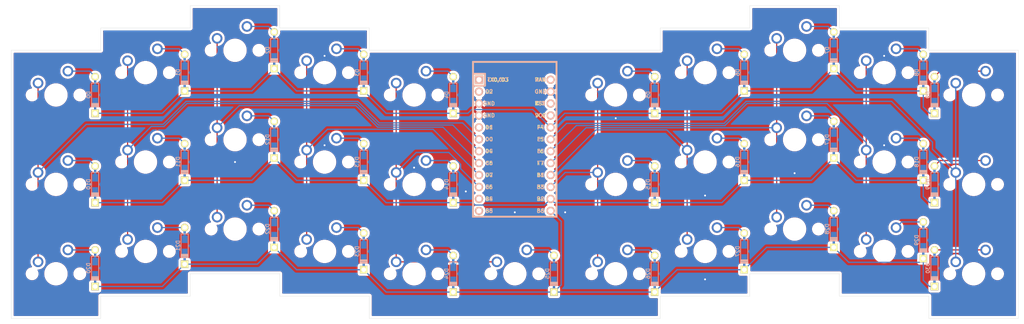
<source format=kicad_pcb>
(kicad_pcb (version 20171130) (host pcbnew "(5.1.4)-1")
  (layers (0 F.Cu signal) (31 B.Cu signal) (34 B.Paste user) (35 F.Paste user) (36 B.SilkS user) (37 F.SilkS user) (38 B.Mask user) (39 F.Mask user) (44 Edge.Cuts user))
  (net 0 "")
  (net 1 ROW0)
  (net 2 "Net-(D0-Pad2)")
  (net 3 "Net-(D1-Pad2)")
  (net 4 "Net-(D2-Pad2)")
  (net 5 "Net-(D3-Pad2)")
  (net 6 "Net-(D4-Pad2)")
  (net 7 "Net-(D5-Pad2)")
  (net 8 "Net-(D6-Pad2)")
  (net 9 "Net-(D7-Pad2)")
  (net 10 "Net-(D8-Pad2)")
  (net 11 "Net-(D9-Pad2)")
  (net 12 ROW1)
  (net 13 "Net-(D10-Pad2)")
  (net 14 "Net-(D11-Pad2)")
  (net 15 "Net-(D12-Pad2)")
  (net 16 "Net-(D13-Pad2)")
  (net 17 "Net-(D14-Pad2)")
  (net 18 "Net-(D15-Pad2)")
  (net 19 "Net-(D16-Pad2)")
  (net 20 "Net-(D17-Pad2)")
  (net 21 "Net-(D18-Pad2)")
  (net 22 "Net-(D19-Pad2)")
  (net 23 ROW2)
  (net 24 "Net-(D20-Pad2)")
  (net 25 "Net-(D21-Pad2)")
  (net 26 "Net-(D22-Pad2)")
  (net 27 "Net-(D23-Pad2)")
  (net 28 "Net-(D24-Pad2)")
  (net 29 "Net-(D25-Pad2)")
  (net 30 "Net-(D26-Pad2)")
  (net 31 "Net-(D27-Pad2)")
  (net 32 "Net-(D28-Pad2)")
  (net 33 "Net-(D29-Pad2)")
  (net 34 "Net-(D30-Pad2)")
  (net 35 COL0)
  (net 36 COL1)
  (net 37 COL2)
  (net 38 COL3)
  (net 39 COL4)
  (net 40 COL5)
  (net 41 COL6)
  (net 42 COL7)
  (net 43 COL8)
  (net 44 COL9)
  (net 45 GND)
  (module Keebio-Parts:ArduinoProMicro (layer F.Cu) (at 148.82875 55.95961 270)
    (fp_text reference U0 hide)
    (fp_text value ProMicro hide)
    (fp_text user ST (at -8.91 -5.04) (layer B.SilkS) (effects (font (size 0.8 0.8)) (justify mirror)))
    (fp_text user TX0/D3 (at -13.97 3.571872) (layer F.SilkS) (effects (font (size 0.8 0.8))))
    (fp_text user TX0/D3 (at -13.97 3.571872) (layer B.SilkS) (effects (font (size 0.8 0.8)) (justify mirror)))
    (fp_text user D2 (at -11.43 5.461) (layer F.SilkS) (effects (font (size 0.8 0.8))))
    (fp_text user D0 (at -1.27 5.461) (layer F.SilkS) (effects (font (size 0.8 0.8))))
    (fp_text user D1 (at -3.81 5.461) (layer F.SilkS) (effects (font (size 0.8 0.8))))
    (fp_text user GND (at -6.35 5.461) (layer F.SilkS) (effects (font (size 0.8 0.8))))
    (fp_text user GND (at -8.89 5.461) (layer F.SilkS) (effects (font (size 0.8 0.8))))
    (fp_text user D4 (at 1.27 5.461) (layer F.SilkS) (effects (font (size 0.8 0.8))))
    (fp_text user C6 (at 3.81 5.461) (layer F.SilkS) (effects (font (size 0.8 0.8))))
    (fp_text user D7 (at 6.35 5.461) (layer F.SilkS) (effects (font (size 0.8 0.8))))
    (fp_text user E6 (at 8.89 5.461) (layer F.SilkS) (effects (font (size 0.8 0.8))))
    (fp_text user B4 (at 11.43 5.461) (layer F.SilkS) (effects (font (size 0.8 0.8))))
    (fp_text user B5 (at 13.97 5.461) (layer F.SilkS) (effects (font (size 0.8 0.8))))
    (fp_text user B6 (at 13.97 -5.461) (layer F.SilkS) (effects (font (size 0.8 0.8))))
    (fp_text user B2 (at 11.43 -5.461) (layer B.SilkS) (effects (font (size 0.8 0.8)) (justify mirror)))
    (fp_text user B3 (at 8.89 -5.461) (layer F.SilkS) (effects (font (size 0.8 0.8))))
    (fp_text user B1 (at 6.35 -5.461) (layer F.SilkS) (effects (font (size 0.8 0.8))))
    (fp_text user F7 (at 3.81 -5.461) (layer B.SilkS) (effects (font (size 0.8 0.8)) (justify mirror)))
    (fp_text user F6 (at 1.27 -5.461) (layer B.SilkS) (effects (font (size 0.8 0.8)) (justify mirror)))
    (fp_text user F5 (at -1.27 -5.461) (layer B.SilkS) (effects (font (size 0.8 0.8)) (justify mirror)))
    (fp_text user F4 (at -3.81 -5.461) (layer F.SilkS) (effects (font (size 0.8 0.8))))
    (fp_text user VCC (at -6.35 -5.461) (layer F.SilkS) (effects (font (size 0.8 0.8))))
    (fp_text user ST (at -8.92 -5.73312) (layer F.SilkS) (effects (font (size 0.8 0.8))))
    (fp_text user GND (at -11.43 -5.461) (layer F.SilkS) (effects (font (size 0.8 0.8))))
    (fp_text user RAW (at -13.97 -5.461) (layer F.SilkS) (effects (font (size 0.8 0.8))))
    (fp_text user RAW (at -13.97 -5.461) (layer B.SilkS) (effects (font (size 0.8 0.8)) (justify mirror)))
    (fp_text user GND (at -11.43 -5.461) (layer B.SilkS) (effects (font (size 0.8 0.8)) (justify mirror)))
    (fp_text user VCC (at -6.35 -5.461) (layer B.SilkS) (effects (font (size 0.8 0.8)) (justify mirror)))
    (fp_text user F4 (at -3.81 -5.461) (layer B.SilkS) (effects (font (size 0.8 0.8)) (justify mirror)))
    (fp_text user F5 (at -1.27 -5.461) (layer F.SilkS) (effects (font (size 0.8 0.8))))
    (fp_text user F6 (at 1.27 -5.461) (layer F.SilkS) (effects (font (size 0.8 0.8))))
    (fp_text user F7 (at 3.81 -5.461) (layer F.SilkS) (effects (font (size 0.8 0.8))))
    (fp_text user B1 (at 6.35 -5.461) (layer B.SilkS) (effects (font (size 0.8 0.8)) (justify mirror)))
    (fp_text user B3 (at 8.89 -5.461) (layer B.SilkS) (effects (font (size 0.8 0.8)) (justify mirror)))
    (fp_text user B2 (at 11.43 -5.461) (layer F.SilkS) (effects (font (size 0.8 0.8))))
    (fp_text user B6 (at 13.97 -5.461) (layer B.SilkS) (effects (font (size 0.8 0.8)) (justify mirror)))
    (fp_text user B5 (at 13.97 5.461) (layer B.SilkS) (effects (font (size 0.8 0.8)) (justify mirror)))
    (fp_text user B4 (at 11.43 5.461) (layer B.SilkS) (effects (font (size 0.8 0.8)) (justify mirror)))
    (fp_text user E6 (at 8.89 5.461) (layer B.SilkS) (effects (font (size 0.8 0.8)) (justify mirror)))
    (fp_text user D7 (at 6.35 5.461) (layer B.SilkS) (effects (font (size 0.8 0.8)) (justify mirror)))
    (fp_text user C6 (at 3.81 5.461) (layer B.SilkS) (effects (font (size 0.8 0.8)) (justify mirror)))
    (fp_text user D4 (at 1.27 5.461) (layer B.SilkS) (effects (font (size 0.8 0.8)) (justify mirror)))
    (fp_text user GND (at -8.89 5.461) (layer B.SilkS) (effects (font (size 0.8 0.8)) (justify mirror)))
    (fp_text user GND (at -6.35 5.461) (layer B.SilkS) (effects (font (size 0.8 0.8)) (justify mirror)))
    (fp_text user D1 (at -3.81 5.461) (layer B.SilkS) (effects (font (size 0.8 0.8)) (justify mirror)))
    (fp_text user D0 (at -1.27 5.461) (layer B.SilkS) (effects (font (size 0.8 0.8)) (justify mirror)))
    (fp_text user D2 (at -11.43 5.461) (layer B.SilkS) (effects (font (size 0.8 0.8)) (justify mirror)))
    (pad 24 thru_hole circle (at -13.97 -7.62 270) (size 1.7526 1.7526) (drill 1.0922) (layers *.Cu *.SilkS *.Mask))
    (pad 12 thru_hole circle (at 13.97 7.62 270) (size 1.7526 1.7526) (drill 1.0922) (layers *.Cu *.SilkS *.Mask))
    (pad 23 thru_hole circle (at -11.43 -7.62 270) (size 1.7526 1.7526) (drill 1.0922) (layers *.Cu *.SilkS *.Mask) (net 45 GND))
    (pad 22 thru_hole circle (at -8.89 -7.62 270) (size 1.7526 1.7526) (drill 1.0922) (layers *.Cu *.SilkS *.Mask))
    (pad 21 thru_hole circle (at -6.35 -7.62 270) (size 1.7526 1.7526) (drill 1.0922) (layers *.Cu *.SilkS *.Mask))
    (pad 20 thru_hole circle (at -3.81 -7.62 270) (size 1.7526 1.7526) (drill 1.0922) (layers *.Cu *.SilkS *.Mask) (net 1 ROW0))
    (pad 19 thru_hole circle (at -1.27 -7.62 270) (size 1.7526 1.7526) (drill 1.0922) (layers *.Cu *.SilkS *.Mask) (net 44 COL9))
    (pad 18 thru_hole circle (at 1.27 -7.62 270) (size 1.7526 1.7526) (drill 1.0922) (layers *.Cu *.SilkS *.Mask) (net 43 COL8))
    (pad 17 thru_hole circle (at 3.81 -7.62 270) (size 1.7526 1.7526) (drill 1.0922) (layers *.Cu *.SilkS *.Mask) (net 42 COL7))
    (pad 16 thru_hole circle (at 6.35 -7.62 270) (size 1.7526 1.7526) (drill 1.0922) (layers *.Cu *.SilkS *.Mask) (net 41 COL6))
    (pad 15 thru_hole circle (at 8.89 -7.62 270) (size 1.7526 1.7526) (drill 1.0922) (layers *.Cu *.SilkS *.Mask) (net 40 COL5))
    (pad 14 thru_hole circle (at 11.43 -7.62 270) (size 1.7526 1.7526) (drill 1.0922) (layers *.Cu *.SilkS *.Mask) (net 12 ROW1))
    (pad 13 thru_hole circle (at 13.97 -7.62 270) (size 1.7526 1.7526) (drill 1.0922) (layers *.Cu *.SilkS *.Mask) (net 23 ROW2))
    (pad 11 thru_hole circle (at 11.43 7.62 270) (size 1.7526 1.7526) (drill 1.0922) (layers *.Cu *.SilkS *.Mask))
    (pad 10 thru_hole circle (at 8.89 7.62 270) (size 1.7526 1.7526) (drill 1.0922) (layers *.Cu *.SilkS *.Mask) (net 39 COL4))
    (pad 9 thru_hole circle (at 6.35 7.62 270) (size 1.7526 1.7526) (drill 1.0922) (layers *.Cu *.SilkS *.Mask) (net 38 COL3))
    (pad 8 thru_hole circle (at 3.81 7.62 270) (size 1.7526 1.7526) (drill 1.0922) (layers *.Cu *.SilkS *.Mask) (net 37 COL2))
    (pad 7 thru_hole circle (at 1.27 7.62 270) (size 1.7526 1.7526) (drill 1.0922) (layers *.Cu *.SilkS *.Mask) (net 36 COL1))
    (pad 6 thru_hole circle (at -1.27 7.62 270) (size 1.7526 1.7526) (drill 1.0922) (layers *.Cu *.SilkS *.Mask) (net 35 COL0))
    (pad 5 thru_hole circle (at -3.81 7.62 270) (size 1.7526 1.7526) (drill 1.0922) (layers *.Cu *.SilkS *.Mask))
    (pad 4 thru_hole circle (at -6.35 7.62 270) (size 1.7526 1.7526) (drill 1.0922) (layers *.Cu *.SilkS *.Mask) (net 45 GND))
    (pad 3 thru_hole circle (at -8.89 7.62 270) (size 1.7526 1.7526) (drill 1.0922) (layers *.Cu *.SilkS *.Mask) (net 45 GND))
    (pad 2 thru_hole circle (at -11.43 7.62 270) (size 1.7526 1.7526) (drill 1.0922) (layers *.Cu *.SilkS *.Mask))
    (pad 1 thru_hole rect (at -13.97 7.62 270) (size 1.7526 1.7526) (drill 1.0922) (layers *.Cu *.SilkS *.Mask))
  )
  (module MX_Only:MXOnly-1U-NoLED (layer F.Cu) (at 246.46041 83.3441)
    (fp_text reference MX30)
    (fp_text value MX-NoLED)
    (pad 2 thru_hole circle (at 2.54 -5.08) (size 2.25 2.25) (drill 1.47) (layers *.Cu B.Mask) (net 34 "Net-(D30-Pad2)"))
    (pad "" np_thru_hole circle (at 0 0) (size 3.9878 3.9878) (drill 3.9878) (layers *.Cu *.Mask))
    (pad 1 thru_hole circle (at -3.81 -2.54) (size 2.25 2.25) (drill 1.47) (layers *.Cu B.Mask) (net 44 COL9))
    (pad "" np_thru_hole circle (at -5.08 0 48.0996) (size 1.75 1.75) (drill 1.75) (layers *.Cu *.Mask))
    (pad "" np_thru_hole circle (at 5.08 0 48.0996) (size 1.75 1.75) (drill 1.75) (layers *.Cu *.Mask))
  )
  (module MX_Only:MXOnly-1U-NoLED (layer F.Cu) (at 227.41033 78.58158)
    (fp_text reference MX29)
    (fp_text value MX-NoLED)
    (pad 2 thru_hole circle (at 2.54 -5.08) (size 2.25 2.25) (drill 1.47) (layers *.Cu B.Mask) (net 33 "Net-(D29-Pad2)"))
    (pad "" np_thru_hole circle (at 0 0) (size 3.9878 3.9878) (drill 3.9878) (layers *.Cu *.Mask))
    (pad 1 thru_hole circle (at -3.81 -2.54) (size 2.25 2.25) (drill 1.47) (layers *.Cu B.Mask) (net 43 COL8))
    (pad "" np_thru_hole circle (at -5.08 0 48.0996) (size 1.75 1.75) (drill 1.75) (layers *.Cu *.Mask))
    (pad "" np_thru_hole circle (at 5.08 0 48.0996) (size 1.75 1.75) (drill 1.75) (layers *.Cu *.Mask))
  )
  (module MX_Only:MXOnly-1U-NoLED (layer F.Cu) (at 208.36025 73.81906)
    (fp_text reference MX28)
    (fp_text value MX-NoLED)
    (pad 2 thru_hole circle (at 2.54 -5.08) (size 2.25 2.25) (drill 1.47) (layers *.Cu B.Mask) (net 32 "Net-(D28-Pad2)"))
    (pad "" np_thru_hole circle (at 0 0) (size 3.9878 3.9878) (drill 3.9878) (layers *.Cu *.Mask))
    (pad 1 thru_hole circle (at -3.81 -2.54) (size 2.25 2.25) (drill 1.47) (layers *.Cu B.Mask) (net 42 COL7))
    (pad "" np_thru_hole circle (at -5.08 0 48.0996) (size 1.75 1.75) (drill 1.75) (layers *.Cu *.Mask))
    (pad "" np_thru_hole circle (at 5.08 0 48.0996) (size 1.75 1.75) (drill 1.75) (layers *.Cu *.Mask))
  )
  (module MX_Only:MXOnly-1U-NoLED (layer F.Cu) (at 189.31017 78.58158)
    (fp_text reference MX27)
    (fp_text value MX-NoLED)
    (pad 2 thru_hole circle (at 2.54 -5.08) (size 2.25 2.25) (drill 1.47) (layers *.Cu B.Mask) (net 31 "Net-(D27-Pad2)"))
    (pad "" np_thru_hole circle (at 0 0) (size 3.9878 3.9878) (drill 3.9878) (layers *.Cu *.Mask))
    (pad 1 thru_hole circle (at -3.81 -2.54) (size 2.25 2.25) (drill 1.47) (layers *.Cu B.Mask) (net 41 COL6))
    (pad "" np_thru_hole circle (at -5.08 0 48.0996) (size 1.75 1.75) (drill 1.75) (layers *.Cu *.Mask))
    (pad "" np_thru_hole circle (at 5.08 0 48.0996) (size 1.75 1.75) (drill 1.75) (layers *.Cu *.Mask))
  )
  (module MX_Only:MXOnly-1U-NoLED (layer F.Cu) (at 170.26009 83.3441)
    (fp_text reference MX26)
    (fp_text value MX-NoLED)
    (pad 2 thru_hole circle (at 2.54 -5.08) (size 2.25 2.25) (drill 1.47) (layers *.Cu B.Mask) (net 30 "Net-(D26-Pad2)"))
    (pad "" np_thru_hole circle (at 0 0) (size 3.9878 3.9878) (drill 3.9878) (layers *.Cu *.Mask))
    (pad 1 thru_hole circle (at -3.81 -2.54) (size 2.25 2.25) (drill 1.47) (layers *.Cu B.Mask) (net 40 COL5))
    (pad "" np_thru_hole circle (at -5.08 0 48.0996) (size 1.75 1.75) (drill 1.75) (layers *.Cu *.Mask))
    (pad "" np_thru_hole circle (at 5.08 0 48.0996) (size 1.75 1.75) (drill 1.75) (layers *.Cu *.Mask))
  )
  (module MX_Only:MXOnly-1.25U-NoLED (layer F.Cu) (at 148.82875 83.3441)
    (fp_text reference MX25)
    (fp_text value MX-NoLED)
    (pad 2 thru_hole circle (at 2.54 -5.08) (size 2.25 2.25) (drill 1.47) (layers *.Cu B.Mask) (net 29 "Net-(D25-Pad2)"))
    (pad "" np_thru_hole circle (at 0 0) (size 3.9878 3.9878) (drill 3.9878) (layers *.Cu *.Mask))
    (pad 1 thru_hole circle (at -3.81 -2.54) (size 2.25 2.25) (drill 1.47) (layers *.Cu B.Mask) (net 39 COL4))
    (pad "" np_thru_hole circle (at -5.08 0 48.0996) (size 1.75 1.75) (drill 1.75) (layers *.Cu *.Mask))
    (pad "" np_thru_hole circle (at 5.08 0 48.0996) (size 1.75 1.75) (drill 1.75) (layers *.Cu *.Mask))
  )
  (module MX_Only:MXOnly-1U-NoLED (layer F.Cu) (at 127.39741 83.3441)
    (fp_text reference MX24)
    (fp_text value MX-NoLED)
    (pad 2 thru_hole circle (at 2.54 -5.08) (size 2.25 2.25) (drill 1.47) (layers *.Cu B.Mask) (net 28 "Net-(D24-Pad2)"))
    (pad "" np_thru_hole circle (at 0 0) (size 3.9878 3.9878) (drill 3.9878) (layers *.Cu *.Mask))
    (pad 1 thru_hole circle (at -3.81 -2.54) (size 2.25 2.25) (drill 1.47) (layers *.Cu B.Mask) (net 39 COL4))
    (pad "" np_thru_hole circle (at -5.08 0 48.0996) (size 1.75 1.75) (drill 1.75) (layers *.Cu *.Mask))
    (pad "" np_thru_hole circle (at 5.08 0 48.0996) (size 1.75 1.75) (drill 1.75) (layers *.Cu *.Mask))
  )
  (module MX_Only:MXOnly-1U-NoLED (layer F.Cu) (at 108.34733 78.58158)
    (fp_text reference MX23)
    (fp_text value MX-NoLED)
    (pad 2 thru_hole circle (at 2.54 -5.08) (size 2.25 2.25) (drill 1.47) (layers *.Cu B.Mask) (net 27 "Net-(D23-Pad2)"))
    (pad "" np_thru_hole circle (at 0 0) (size 3.9878 3.9878) (drill 3.9878) (layers *.Cu *.Mask))
    (pad 1 thru_hole circle (at -3.81 -2.54) (size 2.25 2.25) (drill 1.47) (layers *.Cu B.Mask) (net 38 COL3))
    (pad "" np_thru_hole circle (at -5.08 0 48.0996) (size 1.75 1.75) (drill 1.75) (layers *.Cu *.Mask))
    (pad "" np_thru_hole circle (at 5.08 0 48.0996) (size 1.75 1.75) (drill 1.75) (layers *.Cu *.Mask))
  )
  (module MX_Only:MXOnly-1U-NoLED (layer F.Cu) (at 89.29725 73.81906)
    (fp_text reference MX22)
    (fp_text value MX-NoLED)
    (pad 2 thru_hole circle (at 2.54 -5.08) (size 2.25 2.25) (drill 1.47) (layers *.Cu B.Mask) (net 26 "Net-(D22-Pad2)"))
    (pad "" np_thru_hole circle (at 0 0) (size 3.9878 3.9878) (drill 3.9878) (layers *.Cu *.Mask))
    (pad 1 thru_hole circle (at -3.81 -2.54) (size 2.25 2.25) (drill 1.47) (layers *.Cu B.Mask) (net 37 COL2))
    (pad "" np_thru_hole circle (at -5.08 0 48.0996) (size 1.75 1.75) (drill 1.75) (layers *.Cu *.Mask))
    (pad "" np_thru_hole circle (at 5.08 0 48.0996) (size 1.75 1.75) (drill 1.75) (layers *.Cu *.Mask))
  )
  (module MX_Only:MXOnly-1U-NoLED (layer F.Cu) (at 70.24717 78.58158)
    (fp_text reference MX21)
    (fp_text value MX-NoLED)
    (pad 2 thru_hole circle (at 2.54 -5.08) (size 2.25 2.25) (drill 1.47) (layers *.Cu B.Mask) (net 25 "Net-(D21-Pad2)"))
    (pad "" np_thru_hole circle (at 0 0) (size 3.9878 3.9878) (drill 3.9878) (layers *.Cu *.Mask))
    (pad 1 thru_hole circle (at -3.81 -2.54) (size 2.25 2.25) (drill 1.47) (layers *.Cu B.Mask) (net 36 COL1))
    (pad "" np_thru_hole circle (at -5.08 0 48.0996) (size 1.75 1.75) (drill 1.75) (layers *.Cu *.Mask))
    (pad "" np_thru_hole circle (at 5.08 0 48.0996) (size 1.75 1.75) (drill 1.75) (layers *.Cu *.Mask))
  )
  (module MX_Only:MXOnly-1U-NoLED (layer F.Cu) (at 51.19709 83.3441)
    (fp_text reference MX20)
    (fp_text value MX-NoLED)
    (pad 2 thru_hole circle (at 2.54 -5.08) (size 2.25 2.25) (drill 1.47) (layers *.Cu B.Mask) (net 24 "Net-(D20-Pad2)"))
    (pad "" np_thru_hole circle (at 0 0) (size 3.9878 3.9878) (drill 3.9878) (layers *.Cu *.Mask))
    (pad 1 thru_hole circle (at -3.81 -2.54) (size 2.25 2.25) (drill 1.47) (layers *.Cu B.Mask) (net 35 COL0))
    (pad "" np_thru_hole circle (at -5.08 0 48.0996) (size 1.75 1.75) (drill 1.75) (layers *.Cu *.Mask))
    (pad "" np_thru_hole circle (at 5.08 0 48.0996) (size 1.75 1.75) (drill 1.75) (layers *.Cu *.Mask))
  )
  (module MX_Only:MXOnly-1U-NoLED (layer F.Cu) (at 246.46041 64.29402)
    (fp_text reference MX19)
    (fp_text value MX-NoLED)
    (pad 2 thru_hole circle (at 2.54 -5.08) (size 2.25 2.25) (drill 1.47) (layers *.Cu B.Mask) (net 22 "Net-(D19-Pad2)"))
    (pad "" np_thru_hole circle (at 0 0) (size 3.9878 3.9878) (drill 3.9878) (layers *.Cu *.Mask))
    (pad 1 thru_hole circle (at -3.81 -2.54) (size 2.25 2.25) (drill 1.47) (layers *.Cu B.Mask) (net 44 COL9))
    (pad "" np_thru_hole circle (at -5.08 0 48.0996) (size 1.75 1.75) (drill 1.75) (layers *.Cu *.Mask))
    (pad "" np_thru_hole circle (at 5.08 0 48.0996) (size 1.75 1.75) (drill 1.75) (layers *.Cu *.Mask))
  )
  (module MX_Only:MXOnly-1U-NoLED (layer F.Cu) (at 227.41033 59.5315)
    (fp_text reference MX18)
    (fp_text value MX-NoLED)
    (pad 2 thru_hole circle (at 2.54 -5.08) (size 2.25 2.25) (drill 1.47) (layers *.Cu B.Mask) (net 21 "Net-(D18-Pad2)"))
    (pad "" np_thru_hole circle (at 0 0) (size 3.9878 3.9878) (drill 3.9878) (layers *.Cu *.Mask))
    (pad 1 thru_hole circle (at -3.81 -2.54) (size 2.25 2.25) (drill 1.47) (layers *.Cu B.Mask) (net 43 COL8))
    (pad "" np_thru_hole circle (at -5.08 0 48.0996) (size 1.75 1.75) (drill 1.75) (layers *.Cu *.Mask))
    (pad "" np_thru_hole circle (at 5.08 0 48.0996) (size 1.75 1.75) (drill 1.75) (layers *.Cu *.Mask))
  )
  (module MX_Only:MXOnly-1U-NoLED (layer F.Cu) (at 208.36025 54.76898)
    (fp_text reference MX17)
    (fp_text value MX-NoLED)
    (pad 2 thru_hole circle (at 2.54 -5.08) (size 2.25 2.25) (drill 1.47) (layers *.Cu B.Mask) (net 20 "Net-(D17-Pad2)"))
    (pad "" np_thru_hole circle (at 0 0) (size 3.9878 3.9878) (drill 3.9878) (layers *.Cu *.Mask))
    (pad 1 thru_hole circle (at -3.81 -2.54) (size 2.25 2.25) (drill 1.47) (layers *.Cu B.Mask) (net 42 COL7))
    (pad "" np_thru_hole circle (at -5.08 0 48.0996) (size 1.75 1.75) (drill 1.75) (layers *.Cu *.Mask))
    (pad "" np_thru_hole circle (at 5.08 0 48.0996) (size 1.75 1.75) (drill 1.75) (layers *.Cu *.Mask))
  )
  (module MX_Only:MXOnly-1U-NoLED (layer F.Cu) (at 189.31017 59.5315)
    (fp_text reference MX16)
    (fp_text value MX-NoLED)
    (pad 2 thru_hole circle (at 2.54 -5.08) (size 2.25 2.25) (drill 1.47) (layers *.Cu B.Mask) (net 19 "Net-(D16-Pad2)"))
    (pad "" np_thru_hole circle (at 0 0) (size 3.9878 3.9878) (drill 3.9878) (layers *.Cu *.Mask))
    (pad 1 thru_hole circle (at -3.81 -2.54) (size 2.25 2.25) (drill 1.47) (layers *.Cu B.Mask) (net 41 COL6))
    (pad "" np_thru_hole circle (at -5.08 0 48.0996) (size 1.75 1.75) (drill 1.75) (layers *.Cu *.Mask))
    (pad "" np_thru_hole circle (at 5.08 0 48.0996) (size 1.75 1.75) (drill 1.75) (layers *.Cu *.Mask))
  )
  (module MX_Only:MXOnly-1U-NoLED (layer F.Cu) (at 170.26009 64.29402)
    (fp_text reference MX15)
    (fp_text value MX-NoLED)
    (pad 2 thru_hole circle (at 2.54 -5.08) (size 2.25 2.25) (drill 1.47) (layers *.Cu B.Mask) (net 18 "Net-(D15-Pad2)"))
    (pad "" np_thru_hole circle (at 0 0) (size 3.9878 3.9878) (drill 3.9878) (layers *.Cu *.Mask))
    (pad 1 thru_hole circle (at -3.81 -2.54) (size 2.25 2.25) (drill 1.47) (layers *.Cu B.Mask) (net 40 COL5))
    (pad "" np_thru_hole circle (at -5.08 0 48.0996) (size 1.75 1.75) (drill 1.75) (layers *.Cu *.Mask))
    (pad "" np_thru_hole circle (at 5.08 0 48.0996) (size 1.75 1.75) (drill 1.75) (layers *.Cu *.Mask))
  )
  (module MX_Only:MXOnly-1U-NoLED (layer F.Cu) (at 127.39741 64.29402)
    (fp_text reference MX14)
    (fp_text value MX-NoLED)
    (pad 2 thru_hole circle (at 2.54 -5.08) (size 2.25 2.25) (drill 1.47) (layers *.Cu B.Mask) (net 17 "Net-(D14-Pad2)"))
    (pad "" np_thru_hole circle (at 0 0) (size 3.9878 3.9878) (drill 3.9878) (layers *.Cu *.Mask))
    (pad 1 thru_hole circle (at -3.81 -2.54) (size 2.25 2.25) (drill 1.47) (layers *.Cu B.Mask) (net 39 COL4))
    (pad "" np_thru_hole circle (at -5.08 0 48.0996) (size 1.75 1.75) (drill 1.75) (layers *.Cu *.Mask))
    (pad "" np_thru_hole circle (at 5.08 0 48.0996) (size 1.75 1.75) (drill 1.75) (layers *.Cu *.Mask))
  )
  (module MX_Only:MXOnly-1U-NoLED (layer F.Cu) (at 108.34733 59.5315)
    (fp_text reference MX13)
    (fp_text value MX-NoLED)
    (pad 2 thru_hole circle (at 2.54 -5.08) (size 2.25 2.25) (drill 1.47) (layers *.Cu B.Mask) (net 16 "Net-(D13-Pad2)"))
    (pad "" np_thru_hole circle (at 0 0) (size 3.9878 3.9878) (drill 3.9878) (layers *.Cu *.Mask))
    (pad 1 thru_hole circle (at -3.81 -2.54) (size 2.25 2.25) (drill 1.47) (layers *.Cu B.Mask) (net 38 COL3))
    (pad "" np_thru_hole circle (at -5.08 0 48.0996) (size 1.75 1.75) (drill 1.75) (layers *.Cu *.Mask))
    (pad "" np_thru_hole circle (at 5.08 0 48.0996) (size 1.75 1.75) (drill 1.75) (layers *.Cu *.Mask))
  )
  (module MX_Only:MXOnly-1U-NoLED (layer F.Cu) (at 89.29725 54.76898)
    (fp_text reference MX12)
    (fp_text value MX-NoLED)
    (pad 2 thru_hole circle (at 2.54 -5.08) (size 2.25 2.25) (drill 1.47) (layers *.Cu B.Mask) (net 15 "Net-(D12-Pad2)"))
    (pad "" np_thru_hole circle (at 0 0) (size 3.9878 3.9878) (drill 3.9878) (layers *.Cu *.Mask))
    (pad 1 thru_hole circle (at -3.81 -2.54) (size 2.25 2.25) (drill 1.47) (layers *.Cu B.Mask) (net 37 COL2))
    (pad "" np_thru_hole circle (at -5.08 0 48.0996) (size 1.75 1.75) (drill 1.75) (layers *.Cu *.Mask))
    (pad "" np_thru_hole circle (at 5.08 0 48.0996) (size 1.75 1.75) (drill 1.75) (layers *.Cu *.Mask))
  )
  (module MX_Only:MXOnly-1U-NoLED (layer F.Cu) (at 70.24717 59.5315)
    (fp_text reference MX11)
    (fp_text value MX-NoLED)
    (pad 2 thru_hole circle (at 2.54 -5.08) (size 2.25 2.25) (drill 1.47) (layers *.Cu B.Mask) (net 14 "Net-(D11-Pad2)"))
    (pad "" np_thru_hole circle (at 0 0) (size 3.9878 3.9878) (drill 3.9878) (layers *.Cu *.Mask))
    (pad 1 thru_hole circle (at -3.81 -2.54) (size 2.25 2.25) (drill 1.47) (layers *.Cu B.Mask) (net 36 COL1))
    (pad "" np_thru_hole circle (at -5.08 0 48.0996) (size 1.75 1.75) (drill 1.75) (layers *.Cu *.Mask))
    (pad "" np_thru_hole circle (at 5.08 0 48.0996) (size 1.75 1.75) (drill 1.75) (layers *.Cu *.Mask))
  )
  (module MX_Only:MXOnly-1U-NoLED (layer F.Cu) (at 51.19709 64.29402)
    (fp_text reference MX10)
    (fp_text value MX-NoLED)
    (pad 2 thru_hole circle (at 2.54 -5.08) (size 2.25 2.25) (drill 1.47) (layers *.Cu B.Mask) (net 13 "Net-(D10-Pad2)"))
    (pad "" np_thru_hole circle (at 0 0) (size 3.9878 3.9878) (drill 3.9878) (layers *.Cu *.Mask))
    (pad 1 thru_hole circle (at -3.81 -2.54) (size 2.25 2.25) (drill 1.47) (layers *.Cu B.Mask) (net 35 COL0))
    (pad "" np_thru_hole circle (at -5.08 0 48.0996) (size 1.75 1.75) (drill 1.75) (layers *.Cu *.Mask))
    (pad "" np_thru_hole circle (at 5.08 0 48.0996) (size 1.75 1.75) (drill 1.75) (layers *.Cu *.Mask))
  )
  (module MX_Only:MXOnly-1U-NoLED (layer F.Cu) (at 246.46041 45.24394)
    (fp_text reference MX9)
    (fp_text value MX-NoLED)
    (pad 2 thru_hole circle (at 2.54 -5.08) (size 2.25 2.25) (drill 1.47) (layers *.Cu B.Mask) (net 11 "Net-(D9-Pad2)"))
    (pad "" np_thru_hole circle (at 0 0) (size 3.9878 3.9878) (drill 3.9878) (layers *.Cu *.Mask))
    (pad 1 thru_hole circle (at -3.81 -2.54) (size 2.25 2.25) (drill 1.47) (layers *.Cu B.Mask) (net 44 COL9))
    (pad "" np_thru_hole circle (at -5.08 0 48.0996) (size 1.75 1.75) (drill 1.75) (layers *.Cu *.Mask))
    (pad "" np_thru_hole circle (at 5.08 0 48.0996) (size 1.75 1.75) (drill 1.75) (layers *.Cu *.Mask))
  )
  (module MX_Only:MXOnly-1U-NoLED (layer F.Cu) (at 227.41033 40.48142)
    (fp_text reference MX8)
    (fp_text value MX-NoLED)
    (pad 2 thru_hole circle (at 2.54 -5.08) (size 2.25 2.25) (drill 1.47) (layers *.Cu B.Mask) (net 10 "Net-(D8-Pad2)"))
    (pad "" np_thru_hole circle (at 0 0) (size 3.9878 3.9878) (drill 3.9878) (layers *.Cu *.Mask))
    (pad 1 thru_hole circle (at -3.81 -2.54) (size 2.25 2.25) (drill 1.47) (layers *.Cu B.Mask) (net 43 COL8))
    (pad "" np_thru_hole circle (at -5.08 0 48.0996) (size 1.75 1.75) (drill 1.75) (layers *.Cu *.Mask))
    (pad "" np_thru_hole circle (at 5.08 0 48.0996) (size 1.75 1.75) (drill 1.75) (layers *.Cu *.Mask))
  )
  (module MX_Only:MXOnly-1U-NoLED (layer F.Cu) (at 208.36025 35.7189)
    (fp_text reference MX7)
    (fp_text value MX-NoLED)
    (pad 2 thru_hole circle (at 2.54 -5.08) (size 2.25 2.25) (drill 1.47) (layers *.Cu B.Mask) (net 9 "Net-(D7-Pad2)"))
    (pad "" np_thru_hole circle (at 0 0) (size 3.9878 3.9878) (drill 3.9878) (layers *.Cu *.Mask))
    (pad 1 thru_hole circle (at -3.81 -2.54) (size 2.25 2.25) (drill 1.47) (layers *.Cu B.Mask) (net 42 COL7))
    (pad "" np_thru_hole circle (at -5.08 0 48.0996) (size 1.75 1.75) (drill 1.75) (layers *.Cu *.Mask))
    (pad "" np_thru_hole circle (at 5.08 0 48.0996) (size 1.75 1.75) (drill 1.75) (layers *.Cu *.Mask))
  )
  (module MX_Only:MXOnly-1U-NoLED (layer F.Cu) (at 189.31017 40.48142)
    (fp_text reference MX6)
    (fp_text value MX-NoLED)
    (pad 2 thru_hole circle (at 2.54 -5.08) (size 2.25 2.25) (drill 1.47) (layers *.Cu B.Mask) (net 8 "Net-(D6-Pad2)"))
    (pad "" np_thru_hole circle (at 0 0) (size 3.9878 3.9878) (drill 3.9878) (layers *.Cu *.Mask))
    (pad 1 thru_hole circle (at -3.81 -2.54) (size 2.25 2.25) (drill 1.47) (layers *.Cu B.Mask) (net 41 COL6))
    (pad "" np_thru_hole circle (at -5.08 0 48.0996) (size 1.75 1.75) (drill 1.75) (layers *.Cu *.Mask))
    (pad "" np_thru_hole circle (at 5.08 0 48.0996) (size 1.75 1.75) (drill 1.75) (layers *.Cu *.Mask))
  )
  (module MX_Only:MXOnly-1U-NoLED (layer F.Cu) (at 170.26009 45.24394)
    (fp_text reference MX5)
    (fp_text value MX-NoLED)
    (pad 2 thru_hole circle (at 2.54 -5.08) (size 2.25 2.25) (drill 1.47) (layers *.Cu B.Mask) (net 7 "Net-(D5-Pad2)"))
    (pad "" np_thru_hole circle (at 0 0) (size 3.9878 3.9878) (drill 3.9878) (layers *.Cu *.Mask))
    (pad 1 thru_hole circle (at -3.81 -2.54) (size 2.25 2.25) (drill 1.47) (layers *.Cu B.Mask) (net 40 COL5))
    (pad "" np_thru_hole circle (at -5.08 0 48.0996) (size 1.75 1.75) (drill 1.75) (layers *.Cu *.Mask))
    (pad "" np_thru_hole circle (at 5.08 0 48.0996) (size 1.75 1.75) (drill 1.75) (layers *.Cu *.Mask))
  )
  (module MX_Only:MXOnly-1U-NoLED (layer F.Cu) (at 127.39741 45.24394)
    (fp_text reference MX4)
    (fp_text value MX-NoLED)
    (pad 2 thru_hole circle (at 2.54 -5.08) (size 2.25 2.25) (drill 1.47) (layers *.Cu B.Mask) (net 6 "Net-(D4-Pad2)"))
    (pad "" np_thru_hole circle (at 0 0) (size 3.9878 3.9878) (drill 3.9878) (layers *.Cu *.Mask))
    (pad 1 thru_hole circle (at -3.81 -2.54) (size 2.25 2.25) (drill 1.47) (layers *.Cu B.Mask) (net 39 COL4))
    (pad "" np_thru_hole circle (at -5.08 0 48.0996) (size 1.75 1.75) (drill 1.75) (layers *.Cu *.Mask))
    (pad "" np_thru_hole circle (at 5.08 0 48.0996) (size 1.75 1.75) (drill 1.75) (layers *.Cu *.Mask))
  )
  (module MX_Only:MXOnly-1U-NoLED (layer F.Cu) (at 108.34733 40.48142)
    (fp_text reference MX3)
    (fp_text value MX-NoLED)
    (pad 2 thru_hole circle (at 2.54 -5.08) (size 2.25 2.25) (drill 1.47) (layers *.Cu B.Mask) (net 5 "Net-(D3-Pad2)"))
    (pad "" np_thru_hole circle (at 0 0) (size 3.9878 3.9878) (drill 3.9878) (layers *.Cu *.Mask))
    (pad 1 thru_hole circle (at -3.81 -2.54) (size 2.25 2.25) (drill 1.47) (layers *.Cu B.Mask) (net 38 COL3))
    (pad "" np_thru_hole circle (at -5.08 0 48.0996) (size 1.75 1.75) (drill 1.75) (layers *.Cu *.Mask))
    (pad "" np_thru_hole circle (at 5.08 0 48.0996) (size 1.75 1.75) (drill 1.75) (layers *.Cu *.Mask))
  )
  (module MX_Only:MXOnly-1U-NoLED (layer F.Cu) (at 89.29725 35.7189)
    (fp_text reference MX2)
    (fp_text value MX-NoLED)
    (pad 2 thru_hole circle (at 2.54 -5.08) (size 2.25 2.25) (drill 1.47) (layers *.Cu B.Mask) (net 4 "Net-(D2-Pad2)"))
    (pad "" np_thru_hole circle (at 0 0) (size 3.9878 3.9878) (drill 3.9878) (layers *.Cu *.Mask))
    (pad 1 thru_hole circle (at -3.81 -2.54) (size 2.25 2.25) (drill 1.47) (layers *.Cu B.Mask) (net 37 COL2))
    (pad "" np_thru_hole circle (at -5.08 0 48.0996) (size 1.75 1.75) (drill 1.75) (layers *.Cu *.Mask))
    (pad "" np_thru_hole circle (at 5.08 0 48.0996) (size 1.75 1.75) (drill 1.75) (layers *.Cu *.Mask))
  )
  (module MX_Only:MXOnly-1U-NoLED (layer F.Cu) (at 70.24717 40.48142)
    (fp_text reference MX1)
    (fp_text value MX-NoLED)
    (pad 2 thru_hole circle (at 2.54 -5.08) (size 2.25 2.25) (drill 1.47) (layers *.Cu B.Mask) (net 3 "Net-(D1-Pad2)"))
    (pad "" np_thru_hole circle (at 0 0) (size 3.9878 3.9878) (drill 3.9878) (layers *.Cu *.Mask))
    (pad 1 thru_hole circle (at -3.81 -2.54) (size 2.25 2.25) (drill 1.47) (layers *.Cu B.Mask) (net 36 COL1))
    (pad "" np_thru_hole circle (at -5.08 0 48.0996) (size 1.75 1.75) (drill 1.75) (layers *.Cu *.Mask))
    (pad "" np_thru_hole circle (at 5.08 0 48.0996) (size 1.75 1.75) (drill 1.75) (layers *.Cu *.Mask))
  )
  (module MX_Only:MXOnly-1U-NoLED (layer F.Cu) (at 51.19709 45.24394)
    (fp_text reference MX0)
    (fp_text value MX-NoLED)
    (pad 2 thru_hole circle (at 2.54 -5.08) (size 2.25 2.25) (drill 1.47) (layers *.Cu B.Mask) (net 2 "Net-(D0-Pad2)"))
    (pad "" np_thru_hole circle (at 0 0) (size 3.9878 3.9878) (drill 3.9878) (layers *.Cu *.Mask))
    (pad 1 thru_hole circle (at -3.81 -2.54) (size 2.25 2.25) (drill 1.47) (layers *.Cu B.Mask) (net 35 COL0))
    (pad "" np_thru_hole circle (at -5.08 0 48.0996) (size 1.75 1.75) (drill 1.75) (layers *.Cu *.Mask))
    (pad "" np_thru_hole circle (at 5.08 0 48.0996) (size 1.75 1.75) (drill 1.75) (layers *.Cu *.Mask))
  )
  (module Keebio-Parts:Diode-Hybrid-Back (layer F.Cu) (at 238.126 82.15347 270)
    (fp_text reference D30 (at -0.0254 1.4 90) (layer B.SilkS) (effects (font (size 0.8 0.8)) (justify mirror)))
    (fp_text value D_Small hide)
    (pad 1 thru_hole rect (at 3.9 0 270) (size 1.6 1.6) (drill 1) (layers *.Cu *.Mask F.SilkS) (net 23 ROW2))
    (pad 2 thru_hole circle (at -3.9 0 270) (size 1.6 1.6) (drill 1) (layers *.Cu *.Mask F.SilkS) (net 34 "Net-(D30-Pad2)"))
    (pad 1 smd rect (at 2.5 0 270) (size 2.9 0.5) (layers B.Cu) (net 23 ROW2))
    (pad 1 smd rect (at 1.4 0 270) (size 1.6 1.2) (layers B.Cu B.Paste B.Mask) (net 23 ROW2))
    (pad 2 smd rect (at -1.4 0 270) (size 1.6 1.2) (layers B.Cu B.Paste B.Mask) (net 34 "Net-(D30-Pad2)"))
    (pad 2 smd rect (at -2.5 0 270) (size 2.9 0.5) (layers B.Cu) (net 34 "Net-(D30-Pad2)"))
  )
  (module Keebio-Parts:Diode-Hybrid-Back (layer F.Cu) (at 235.74474 76.20032 270)
    (fp_text reference D29 (at -0.0254 1.4 90) (layer B.SilkS) (effects (font (size 0.8 0.8)) (justify mirror)))
    (fp_text value D_Small hide)
    (pad 1 thru_hole rect (at 3.9 0 270) (size 1.6 1.6) (drill 1) (layers *.Cu *.Mask F.SilkS) (net 23 ROW2))
    (pad 2 thru_hole circle (at -3.9 0 270) (size 1.6 1.6) (drill 1) (layers *.Cu *.Mask F.SilkS) (net 33 "Net-(D29-Pad2)"))
    (pad 1 smd rect (at 2.5 0 270) (size 2.9 0.5) (layers B.Cu) (net 23 ROW2))
    (pad 1 smd rect (at 1.4 0 270) (size 1.6 1.2) (layers B.Cu B.Paste B.Mask) (net 23 ROW2))
    (pad 2 smd rect (at -1.4 0 270) (size 1.6 1.2) (layers B.Cu B.Paste B.Mask) (net 33 "Net-(D29-Pad2)"))
    (pad 2 smd rect (at -2.5 0 270) (size 2.9 0.5) (layers B.Cu) (net 33 "Net-(D29-Pad2)"))
  )
  (module Keebio-Parts:Diode-Hybrid-Back (layer F.Cu) (at 216.69466 73.81906 270)
    (fp_text reference D28 (at -0.0254 1.4 90) (layer B.SilkS) (effects (font (size 0.8 0.8)) (justify mirror)))
    (fp_text value D_Small hide)
    (pad 1 thru_hole rect (at 3.9 0 270) (size 1.6 1.6) (drill 1) (layers *.Cu *.Mask F.SilkS) (net 23 ROW2))
    (pad 2 thru_hole circle (at -3.9 0 270) (size 1.6 1.6) (drill 1) (layers *.Cu *.Mask F.SilkS) (net 32 "Net-(D28-Pad2)"))
    (pad 1 smd rect (at 2.5 0 270) (size 2.9 0.5) (layers B.Cu) (net 23 ROW2))
    (pad 1 smd rect (at 1.4 0 270) (size 1.6 1.2) (layers B.Cu B.Paste B.Mask) (net 23 ROW2))
    (pad 2 smd rect (at -1.4 0 270) (size 1.6 1.2) (layers B.Cu B.Paste B.Mask) (net 32 "Net-(D28-Pad2)"))
    (pad 2 smd rect (at -2.5 0 270) (size 2.9 0.5) (layers B.Cu) (net 32 "Net-(D28-Pad2)"))
  )
  (module Keebio-Parts:Diode-Hybrid-Back (layer F.Cu) (at 197.64458 78.58158 270)
    (fp_text reference D27 (at -0.0254 1.4 90) (layer B.SilkS) (effects (font (size 0.8 0.8)) (justify mirror)))
    (fp_text value D_Small hide)
    (pad 1 thru_hole rect (at 3.9 0 270) (size 1.6 1.6) (drill 1) (layers *.Cu *.Mask F.SilkS) (net 23 ROW2))
    (pad 2 thru_hole circle (at -3.9 0 270) (size 1.6 1.6) (drill 1) (layers *.Cu *.Mask F.SilkS) (net 31 "Net-(D27-Pad2)"))
    (pad 1 smd rect (at 2.5 0 270) (size 2.9 0.5) (layers B.Cu) (net 23 ROW2))
    (pad 1 smd rect (at 1.4 0 270) (size 1.6 1.2) (layers B.Cu B.Paste B.Mask) (net 23 ROW2))
    (pad 2 smd rect (at -1.4 0 270) (size 1.6 1.2) (layers B.Cu B.Paste B.Mask) (net 31 "Net-(D27-Pad2)"))
    (pad 2 smd rect (at -2.5 0 270) (size 2.9 0.5) (layers B.Cu) (net 31 "Net-(D27-Pad2)"))
  )
  (module Keebio-Parts:Diode-Hybrid-Back (layer F.Cu) (at 178.5945 83.3441 270)
    (fp_text reference D26 (at -0.0254 1.4 90) (layer B.SilkS) (effects (font (size 0.8 0.8)) (justify mirror)))
    (fp_text value D_Small hide)
    (pad 1 thru_hole rect (at 3.9 0 270) (size 1.6 1.6) (drill 1) (layers *.Cu *.Mask F.SilkS) (net 23 ROW2))
    (pad 2 thru_hole circle (at -3.9 0 270) (size 1.6 1.6) (drill 1) (layers *.Cu *.Mask F.SilkS) (net 30 "Net-(D26-Pad2)"))
    (pad 1 smd rect (at 2.5 0 270) (size 2.9 0.5) (layers B.Cu) (net 23 ROW2))
    (pad 1 smd rect (at 1.4 0 270) (size 1.6 1.2) (layers B.Cu B.Paste B.Mask) (net 23 ROW2))
    (pad 2 smd rect (at -1.4 0 270) (size 1.6 1.2) (layers B.Cu B.Paste B.Mask) (net 30 "Net-(D26-Pad2)"))
    (pad 2 smd rect (at -2.5 0 270) (size 2.9 0.5) (layers B.Cu) (net 30 "Net-(D26-Pad2)"))
  )
  (module Keebio-Parts:Diode-Hybrid-Back (layer F.Cu) (at 157.16316 83.3441 270)
    (fp_text reference D25 (at -0.0254 1.4 90) (layer B.SilkS) (effects (font (size 0.8 0.8)) (justify mirror)))
    (fp_text value D_Small hide)
    (pad 1 thru_hole rect (at 3.9 0 270) (size 1.6 1.6) (drill 1) (layers *.Cu *.Mask F.SilkS) (net 23 ROW2))
    (pad 2 thru_hole circle (at -3.9 0 270) (size 1.6 1.6) (drill 1) (layers *.Cu *.Mask F.SilkS) (net 29 "Net-(D25-Pad2)"))
    (pad 1 smd rect (at 2.5 0 270) (size 2.9 0.5) (layers B.Cu) (net 23 ROW2))
    (pad 1 smd rect (at 1.4 0 270) (size 1.6 1.2) (layers B.Cu B.Paste B.Mask) (net 23 ROW2))
    (pad 2 smd rect (at -1.4 0 270) (size 1.6 1.2) (layers B.Cu B.Paste B.Mask) (net 29 "Net-(D25-Pad2)"))
    (pad 2 smd rect (at -2.5 0 270) (size 2.9 0.5) (layers B.Cu) (net 29 "Net-(D25-Pad2)"))
  )
  (module Keebio-Parts:Diode-Hybrid-Back (layer F.Cu) (at 135.73182 83.3441 270)
    (fp_text reference D24 (at -0.0254 1.4 90) (layer B.SilkS) (effects (font (size 0.8 0.8)) (justify mirror)))
    (fp_text value D_Small hide)
    (pad 1 thru_hole rect (at 3.9 0 270) (size 1.6 1.6) (drill 1) (layers *.Cu *.Mask F.SilkS) (net 23 ROW2))
    (pad 2 thru_hole circle (at -3.9 0 270) (size 1.6 1.6) (drill 1) (layers *.Cu *.Mask F.SilkS) (net 28 "Net-(D24-Pad2)"))
    (pad 1 smd rect (at 2.5 0 270) (size 2.9 0.5) (layers B.Cu) (net 23 ROW2))
    (pad 1 smd rect (at 1.4 0 270) (size 1.6 1.2) (layers B.Cu B.Paste B.Mask) (net 23 ROW2))
    (pad 2 smd rect (at -1.4 0 270) (size 1.6 1.2) (layers B.Cu B.Paste B.Mask) (net 28 "Net-(D24-Pad2)"))
    (pad 2 smd rect (at -2.5 0 270) (size 2.9 0.5) (layers B.Cu) (net 28 "Net-(D24-Pad2)"))
  )
  (module Keebio-Parts:Diode-Hybrid-Back (layer F.Cu) (at 116.68174 78.58158 270)
    (fp_text reference D23 (at -0.0254 1.4 90) (layer B.SilkS) (effects (font (size 0.8 0.8)) (justify mirror)))
    (fp_text value D_Small hide)
    (pad 1 thru_hole rect (at 3.9 0 270) (size 1.6 1.6) (drill 1) (layers *.Cu *.Mask F.SilkS) (net 23 ROW2))
    (pad 2 thru_hole circle (at -3.9 0 270) (size 1.6 1.6) (drill 1) (layers *.Cu *.Mask F.SilkS) (net 27 "Net-(D23-Pad2)"))
    (pad 1 smd rect (at 2.5 0 270) (size 2.9 0.5) (layers B.Cu) (net 23 ROW2))
    (pad 1 smd rect (at 1.4 0 270) (size 1.6 1.2) (layers B.Cu B.Paste B.Mask) (net 23 ROW2))
    (pad 2 smd rect (at -1.4 0 270) (size 1.6 1.2) (layers B.Cu B.Paste B.Mask) (net 27 "Net-(D23-Pad2)"))
    (pad 2 smd rect (at -2.5 0 270) (size 2.9 0.5) (layers B.Cu) (net 27 "Net-(D23-Pad2)"))
  )
  (module Keebio-Parts:Diode-Hybrid-Back (layer F.Cu) (at 97.63166 73.81906 270)
    (fp_text reference D22 (at -0.0254 1.4 90) (layer B.SilkS) (effects (font (size 0.8 0.8)) (justify mirror)))
    (fp_text value D_Small hide)
    (pad 1 thru_hole rect (at 3.9 0 270) (size 1.6 1.6) (drill 1) (layers *.Cu *.Mask F.SilkS) (net 23 ROW2))
    (pad 2 thru_hole circle (at -3.9 0 270) (size 1.6 1.6) (drill 1) (layers *.Cu *.Mask F.SilkS) (net 26 "Net-(D22-Pad2)"))
    (pad 1 smd rect (at 2.5 0 270) (size 2.9 0.5) (layers B.Cu) (net 23 ROW2))
    (pad 1 smd rect (at 1.4 0 270) (size 1.6 1.2) (layers B.Cu B.Paste B.Mask) (net 23 ROW2))
    (pad 2 smd rect (at -1.4 0 270) (size 1.6 1.2) (layers B.Cu B.Paste B.Mask) (net 26 "Net-(D22-Pad2)"))
    (pad 2 smd rect (at -2.5 0 270) (size 2.9 0.5) (layers B.Cu) (net 26 "Net-(D22-Pad2)"))
  )
  (module Keebio-Parts:Diode-Hybrid-Back (layer F.Cu) (at 78.58158 77.39095 270)
    (fp_text reference D21 (at -0.0254 1.4 90) (layer B.SilkS) (effects (font (size 0.8 0.8)) (justify mirror)))
    (fp_text value D_Small hide)
    (pad 1 thru_hole rect (at 3.9 0 270) (size 1.6 1.6) (drill 1) (layers *.Cu *.Mask F.SilkS) (net 23 ROW2))
    (pad 2 thru_hole circle (at -3.9 0 270) (size 1.6 1.6) (drill 1) (layers *.Cu *.Mask F.SilkS) (net 25 "Net-(D21-Pad2)"))
    (pad 1 smd rect (at 2.5 0 270) (size 2.9 0.5) (layers B.Cu) (net 23 ROW2))
    (pad 1 smd rect (at 1.4 0 270) (size 1.6 1.2) (layers B.Cu B.Paste B.Mask) (net 23 ROW2))
    (pad 2 smd rect (at -1.4 0 270) (size 1.6 1.2) (layers B.Cu B.Paste B.Mask) (net 25 "Net-(D21-Pad2)"))
    (pad 2 smd rect (at -2.5 0 270) (size 2.9 0.5) (layers B.Cu) (net 25 "Net-(D21-Pad2)"))
  )
  (module Keebio-Parts:Diode-Hybrid-Back (layer F.Cu) (at 59.5315 82.15347 270)
    (fp_text reference D20 (at -0.0254 1.4 90) (layer B.SilkS) (effects (font (size 0.8 0.8)) (justify mirror)))
    (fp_text value D_Small hide)
    (pad 1 thru_hole rect (at 3.9 0 270) (size 1.6 1.6) (drill 1) (layers *.Cu *.Mask F.SilkS) (net 23 ROW2))
    (pad 2 thru_hole circle (at -3.9 0 270) (size 1.6 1.6) (drill 1) (layers *.Cu *.Mask F.SilkS) (net 24 "Net-(D20-Pad2)"))
    (pad 1 smd rect (at 2.5 0 270) (size 2.9 0.5) (layers B.Cu) (net 23 ROW2))
    (pad 1 smd rect (at 1.4 0 270) (size 1.6 1.2) (layers B.Cu B.Paste B.Mask) (net 23 ROW2))
    (pad 2 smd rect (at -1.4 0 270) (size 1.6 1.2) (layers B.Cu B.Paste B.Mask) (net 24 "Net-(D20-Pad2)"))
    (pad 2 smd rect (at -2.5 0 270) (size 2.9 0.5) (layers B.Cu) (net 24 "Net-(D20-Pad2)"))
  )
  (module Keebio-Parts:Diode-Hybrid-Back (layer F.Cu) (at 238.126 64.29402 270)
    (fp_text reference D19 (at -0.0254 1.4 90) (layer B.SilkS) (effects (font (size 0.8 0.8)) (justify mirror)))
    (fp_text value D_Small hide)
    (pad 1 thru_hole rect (at 3.9 0 270) (size 1.6 1.6) (drill 1) (layers *.Cu *.Mask F.SilkS) (net 12 ROW1))
    (pad 2 thru_hole circle (at -3.9 0 270) (size 1.6 1.6) (drill 1) (layers *.Cu *.Mask F.SilkS) (net 22 "Net-(D19-Pad2)"))
    (pad 1 smd rect (at 2.5 0 270) (size 2.9 0.5) (layers B.Cu) (net 12 ROW1))
    (pad 1 smd rect (at 1.4 0 270) (size 1.6 1.2) (layers B.Cu B.Paste B.Mask) (net 12 ROW1))
    (pad 2 smd rect (at -1.4 0 270) (size 1.6 1.2) (layers B.Cu B.Paste B.Mask) (net 22 "Net-(D19-Pad2)"))
    (pad 2 smd rect (at -2.5 0 270) (size 2.9 0.5) (layers B.Cu) (net 22 "Net-(D19-Pad2)"))
  )
  (module Keebio-Parts:Diode-Hybrid-Back (layer F.Cu) (at 235.74474 59.5315 270)
    (fp_text reference D18 (at -0.0254 1.4 90) (layer B.SilkS) (effects (font (size 0.8 0.8)) (justify mirror)))
    (fp_text value D_Small hide)
    (pad 1 thru_hole rect (at 3.9 0 270) (size 1.6 1.6) (drill 1) (layers *.Cu *.Mask F.SilkS) (net 12 ROW1))
    (pad 2 thru_hole circle (at -3.9 0 270) (size 1.6 1.6) (drill 1) (layers *.Cu *.Mask F.SilkS) (net 21 "Net-(D18-Pad2)"))
    (pad 1 smd rect (at 2.5 0 270) (size 2.9 0.5) (layers B.Cu) (net 12 ROW1))
    (pad 1 smd rect (at 1.4 0 270) (size 1.6 1.2) (layers B.Cu B.Paste B.Mask) (net 12 ROW1))
    (pad 2 smd rect (at -1.4 0 270) (size 1.6 1.2) (layers B.Cu B.Paste B.Mask) (net 21 "Net-(D18-Pad2)"))
    (pad 2 smd rect (at -2.5 0 270) (size 2.9 0.5) (layers B.Cu) (net 21 "Net-(D18-Pad2)"))
  )
  (module Keebio-Parts:Diode-Hybrid-Back (layer F.Cu) (at 216.69466 54.76898 270)
    (fp_text reference D17 (at -0.0254 1.4 90) (layer B.SilkS) (effects (font (size 0.8 0.8)) (justify mirror)))
    (fp_text value D_Small hide)
    (pad 1 thru_hole rect (at 3.9 0 270) (size 1.6 1.6) (drill 1) (layers *.Cu *.Mask F.SilkS) (net 12 ROW1))
    (pad 2 thru_hole circle (at -3.9 0 270) (size 1.6 1.6) (drill 1) (layers *.Cu *.Mask F.SilkS) (net 20 "Net-(D17-Pad2)"))
    (pad 1 smd rect (at 2.5 0 270) (size 2.9 0.5) (layers B.Cu) (net 12 ROW1))
    (pad 1 smd rect (at 1.4 0 270) (size 1.6 1.2) (layers B.Cu B.Paste B.Mask) (net 12 ROW1))
    (pad 2 smd rect (at -1.4 0 270) (size 1.6 1.2) (layers B.Cu B.Paste B.Mask) (net 20 "Net-(D17-Pad2)"))
    (pad 2 smd rect (at -2.5 0 270) (size 2.9 0.5) (layers B.Cu) (net 20 "Net-(D17-Pad2)"))
  )
  (module Keebio-Parts:Diode-Hybrid-Back (layer F.Cu) (at 197.64458 59.5315 270)
    (fp_text reference D16 (at -0.0254 1.4 90) (layer B.SilkS) (effects (font (size 0.8 0.8)) (justify mirror)))
    (fp_text value D_Small hide)
    (pad 1 thru_hole rect (at 3.9 0 270) (size 1.6 1.6) (drill 1) (layers *.Cu *.Mask F.SilkS) (net 12 ROW1))
    (pad 2 thru_hole circle (at -3.9 0 270) (size 1.6 1.6) (drill 1) (layers *.Cu *.Mask F.SilkS) (net 19 "Net-(D16-Pad2)"))
    (pad 1 smd rect (at 2.5 0 270) (size 2.9 0.5) (layers B.Cu) (net 12 ROW1))
    (pad 1 smd rect (at 1.4 0 270) (size 1.6 1.2) (layers B.Cu B.Paste B.Mask) (net 12 ROW1))
    (pad 2 smd rect (at -1.4 0 270) (size 1.6 1.2) (layers B.Cu B.Paste B.Mask) (net 19 "Net-(D16-Pad2)"))
    (pad 2 smd rect (at -2.5 0 270) (size 2.9 0.5) (layers B.Cu) (net 19 "Net-(D16-Pad2)"))
  )
  (module Keebio-Parts:Diode-Hybrid-Back (layer F.Cu) (at 178.5945 64.29402 270)
    (fp_text reference D15 (at -0.0254 1.4 90) (layer B.SilkS) (effects (font (size 0.8 0.8)) (justify mirror)))
    (fp_text value D_Small hide)
    (pad 1 thru_hole rect (at 3.9 0 270) (size 1.6 1.6) (drill 1) (layers *.Cu *.Mask F.SilkS) (net 12 ROW1))
    (pad 2 thru_hole circle (at -3.9 0 270) (size 1.6 1.6) (drill 1) (layers *.Cu *.Mask F.SilkS) (net 18 "Net-(D15-Pad2)"))
    (pad 1 smd rect (at 2.5 0 270) (size 2.9 0.5) (layers B.Cu) (net 12 ROW1))
    (pad 1 smd rect (at 1.4 0 270) (size 1.6 1.2) (layers B.Cu B.Paste B.Mask) (net 12 ROW1))
    (pad 2 smd rect (at -1.4 0 270) (size 1.6 1.2) (layers B.Cu B.Paste B.Mask) (net 18 "Net-(D15-Pad2)"))
    (pad 2 smd rect (at -2.5 0 270) (size 2.9 0.5) (layers B.Cu) (net 18 "Net-(D15-Pad2)"))
  )
  (module Keebio-Parts:Diode-Hybrid-Back (layer F.Cu) (at 135.73182 64.29402 270)
    (fp_text reference D14 (at -0.0254 1.4 90) (layer B.SilkS) (effects (font (size 0.8 0.8)) (justify mirror)))
    (fp_text value D_Small hide)
    (pad 1 thru_hole rect (at 3.9 0 270) (size 1.6 1.6) (drill 1) (layers *.Cu *.Mask F.SilkS) (net 12 ROW1))
    (pad 2 thru_hole circle (at -3.9 0 270) (size 1.6 1.6) (drill 1) (layers *.Cu *.Mask F.SilkS) (net 17 "Net-(D14-Pad2)"))
    (pad 1 smd rect (at 2.5 0 270) (size 2.9 0.5) (layers B.Cu) (net 12 ROW1))
    (pad 1 smd rect (at 1.4 0 270) (size 1.6 1.2) (layers B.Cu B.Paste B.Mask) (net 12 ROW1))
    (pad 2 smd rect (at -1.4 0 270) (size 1.6 1.2) (layers B.Cu B.Paste B.Mask) (net 17 "Net-(D14-Pad2)"))
    (pad 2 smd rect (at -2.5 0 270) (size 2.9 0.5) (layers B.Cu) (net 17 "Net-(D14-Pad2)"))
  )
  (module Keebio-Parts:Diode-Hybrid-Back (layer F.Cu) (at 116.68174 59.5315 270)
    (fp_text reference D13 (at -0.0254 1.4 90) (layer B.SilkS) (effects (font (size 0.8 0.8)) (justify mirror)))
    (fp_text value D_Small hide)
    (pad 1 thru_hole rect (at 3.9 0 270) (size 1.6 1.6) (drill 1) (layers *.Cu *.Mask F.SilkS) (net 12 ROW1))
    (pad 2 thru_hole circle (at -3.9 0 270) (size 1.6 1.6) (drill 1) (layers *.Cu *.Mask F.SilkS) (net 16 "Net-(D13-Pad2)"))
    (pad 1 smd rect (at 2.5 0 270) (size 2.9 0.5) (layers B.Cu) (net 12 ROW1))
    (pad 1 smd rect (at 1.4 0 270) (size 1.6 1.2) (layers B.Cu B.Paste B.Mask) (net 12 ROW1))
    (pad 2 smd rect (at -1.4 0 270) (size 1.6 1.2) (layers B.Cu B.Paste B.Mask) (net 16 "Net-(D13-Pad2)"))
    (pad 2 smd rect (at -2.5 0 270) (size 2.9 0.5) (layers B.Cu) (net 16 "Net-(D13-Pad2)"))
  )
  (module Keebio-Parts:Diode-Hybrid-Back (layer F.Cu) (at 97.63166 54.76898 270)
    (fp_text reference D12 (at -0.0254 1.4 90) (layer B.SilkS) (effects (font (size 0.8 0.8)) (justify mirror)))
    (fp_text value D_Small hide)
    (pad 1 thru_hole rect (at 3.9 0 270) (size 1.6 1.6) (drill 1) (layers *.Cu *.Mask F.SilkS) (net 12 ROW1))
    (pad 2 thru_hole circle (at -3.9 0 270) (size 1.6 1.6) (drill 1) (layers *.Cu *.Mask F.SilkS) (net 15 "Net-(D12-Pad2)"))
    (pad 1 smd rect (at 2.5 0 270) (size 2.9 0.5) (layers B.Cu) (net 12 ROW1))
    (pad 1 smd rect (at 1.4 0 270) (size 1.6 1.2) (layers B.Cu B.Paste B.Mask) (net 12 ROW1))
    (pad 2 smd rect (at -1.4 0 270) (size 1.6 1.2) (layers B.Cu B.Paste B.Mask) (net 15 "Net-(D12-Pad2)"))
    (pad 2 smd rect (at -2.5 0 270) (size 2.9 0.5) (layers B.Cu) (net 15 "Net-(D12-Pad2)"))
  )
  (module Keebio-Parts:Diode-Hybrid-Back (layer F.Cu) (at 78.58158 59.5315 270)
    (fp_text reference D11 (at -0.0254 1.4 90) (layer B.SilkS) (effects (font (size 0.8 0.8)) (justify mirror)))
    (fp_text value D_Small hide)
    (pad 1 thru_hole rect (at 3.9 0 270) (size 1.6 1.6) (drill 1) (layers *.Cu *.Mask F.SilkS) (net 12 ROW1))
    (pad 2 thru_hole circle (at -3.9 0 270) (size 1.6 1.6) (drill 1) (layers *.Cu *.Mask F.SilkS) (net 14 "Net-(D11-Pad2)"))
    (pad 1 smd rect (at 2.5 0 270) (size 2.9 0.5) (layers B.Cu) (net 12 ROW1))
    (pad 1 smd rect (at 1.4 0 270) (size 1.6 1.2) (layers B.Cu B.Paste B.Mask) (net 12 ROW1))
    (pad 2 smd rect (at -1.4 0 270) (size 1.6 1.2) (layers B.Cu B.Paste B.Mask) (net 14 "Net-(D11-Pad2)"))
    (pad 2 smd rect (at -2.5 0 270) (size 2.9 0.5) (layers B.Cu) (net 14 "Net-(D11-Pad2)"))
  )
  (module Keebio-Parts:Diode-Hybrid-Back (layer F.Cu) (at 59.5315 64.29402 270)
    (fp_text reference D10 (at -0.0254 1.4 90) (layer B.SilkS) (effects (font (size 0.8 0.8)) (justify mirror)))
    (fp_text value D_Small hide)
    (pad 1 thru_hole rect (at 3.9 0 270) (size 1.6 1.6) (drill 1) (layers *.Cu *.Mask F.SilkS) (net 12 ROW1))
    (pad 2 thru_hole circle (at -3.9 0 270) (size 1.6 1.6) (drill 1) (layers *.Cu *.Mask F.SilkS) (net 13 "Net-(D10-Pad2)"))
    (pad 1 smd rect (at 2.5 0 270) (size 2.9 0.5) (layers B.Cu) (net 12 ROW1))
    (pad 1 smd rect (at 1.4 0 270) (size 1.6 1.2) (layers B.Cu B.Paste B.Mask) (net 12 ROW1))
    (pad 2 smd rect (at -1.4 0 270) (size 1.6 1.2) (layers B.Cu B.Paste B.Mask) (net 13 "Net-(D10-Pad2)"))
    (pad 2 smd rect (at -2.5 0 270) (size 2.9 0.5) (layers B.Cu) (net 13 "Net-(D10-Pad2)"))
  )
  (module Keebio-Parts:Diode-Hybrid-Back (layer F.Cu) (at 238.126 45.24394 270)
    (fp_text reference D9 (at -0.0254 1.4 90) (layer B.SilkS) (effects (font (size 0.8 0.8)) (justify mirror)))
    (fp_text value D_Small hide)
    (pad 1 thru_hole rect (at 3.9 0 270) (size 1.6 1.6) (drill 1) (layers *.Cu *.Mask F.SilkS) (net 1 ROW0))
    (pad 2 thru_hole circle (at -3.9 0 270) (size 1.6 1.6) (drill 1) (layers *.Cu *.Mask F.SilkS) (net 11 "Net-(D9-Pad2)"))
    (pad 1 smd rect (at 2.5 0 270) (size 2.9 0.5) (layers B.Cu) (net 1 ROW0))
    (pad 1 smd rect (at 1.4 0 270) (size 1.6 1.2) (layers B.Cu B.Paste B.Mask) (net 1 ROW0))
    (pad 2 smd rect (at -1.4 0 270) (size 1.6 1.2) (layers B.Cu B.Paste B.Mask) (net 11 "Net-(D9-Pad2)"))
    (pad 2 smd rect (at -2.5 0 270) (size 2.9 0.5) (layers B.Cu) (net 11 "Net-(D9-Pad2)"))
  )
  (module Keebio-Parts:Diode-Hybrid-Back (layer F.Cu) (at 235.74474 40.48142 270)
    (fp_text reference D8 (at -0.0254 1.4 90) (layer B.SilkS) (effects (font (size 0.8 0.8)) (justify mirror)))
    (fp_text value D_Small hide)
    (pad 1 thru_hole rect (at 3.9 0 270) (size 1.6 1.6) (drill 1) (layers *.Cu *.Mask F.SilkS) (net 1 ROW0))
    (pad 2 thru_hole circle (at -3.9 0 270) (size 1.6 1.6) (drill 1) (layers *.Cu *.Mask F.SilkS) (net 10 "Net-(D8-Pad2)"))
    (pad 1 smd rect (at 2.5 0 270) (size 2.9 0.5) (layers B.Cu) (net 1 ROW0))
    (pad 1 smd rect (at 1.4 0 270) (size 1.6 1.2) (layers B.Cu B.Paste B.Mask) (net 1 ROW0))
    (pad 2 smd rect (at -1.4 0 270) (size 1.6 1.2) (layers B.Cu B.Paste B.Mask) (net 10 "Net-(D8-Pad2)"))
    (pad 2 smd rect (at -2.5 0 270) (size 2.9 0.5) (layers B.Cu) (net 10 "Net-(D8-Pad2)"))
  )
  (module Keebio-Parts:Diode-Hybrid-Back (layer F.Cu) (at 216.69466 35.7189 270)
    (fp_text reference D7 (at -0.0254 1.4 90) (layer B.SilkS) (effects (font (size 0.8 0.8)) (justify mirror)))
    (fp_text value D_Small hide)
    (pad 1 thru_hole rect (at 3.9 0 270) (size 1.6 1.6) (drill 1) (layers *.Cu *.Mask F.SilkS) (net 1 ROW0))
    (pad 2 thru_hole circle (at -3.9 0 270) (size 1.6 1.6) (drill 1) (layers *.Cu *.Mask F.SilkS) (net 9 "Net-(D7-Pad2)"))
    (pad 1 smd rect (at 2.5 0 270) (size 2.9 0.5) (layers B.Cu) (net 1 ROW0))
    (pad 1 smd rect (at 1.4 0 270) (size 1.6 1.2) (layers B.Cu B.Paste B.Mask) (net 1 ROW0))
    (pad 2 smd rect (at -1.4 0 270) (size 1.6 1.2) (layers B.Cu B.Paste B.Mask) (net 9 "Net-(D7-Pad2)"))
    (pad 2 smd rect (at -2.5 0 270) (size 2.9 0.5) (layers B.Cu) (net 9 "Net-(D7-Pad2)"))
  )
  (module Keebio-Parts:Diode-Hybrid-Back (layer F.Cu) (at 197.64458 40.48142 270)
    (fp_text reference D6 (at -0.0254 1.4 90) (layer B.SilkS) (effects (font (size 0.8 0.8)) (justify mirror)))
    (fp_text value D_Small hide)
    (pad 1 thru_hole rect (at 3.9 0 270) (size 1.6 1.6) (drill 1) (layers *.Cu *.Mask F.SilkS) (net 1 ROW0))
    (pad 2 thru_hole circle (at -3.9 0 270) (size 1.6 1.6) (drill 1) (layers *.Cu *.Mask F.SilkS) (net 8 "Net-(D6-Pad2)"))
    (pad 1 smd rect (at 2.5 0 270) (size 2.9 0.5) (layers B.Cu) (net 1 ROW0))
    (pad 1 smd rect (at 1.4 0 270) (size 1.6 1.2) (layers B.Cu B.Paste B.Mask) (net 1 ROW0))
    (pad 2 smd rect (at -1.4 0 270) (size 1.6 1.2) (layers B.Cu B.Paste B.Mask) (net 8 "Net-(D6-Pad2)"))
    (pad 2 smd rect (at -2.5 0 270) (size 2.9 0.5) (layers B.Cu) (net 8 "Net-(D6-Pad2)"))
  )
  (module Keebio-Parts:Diode-Hybrid-Back (layer F.Cu) (at 178.5945 45.24394 270)
    (fp_text reference D5 (at -0.0254 1.4 90) (layer B.SilkS) (effects (font (size 0.8 0.8)) (justify mirror)))
    (fp_text value D_Small hide)
    (pad 1 thru_hole rect (at 3.9 0 270) (size 1.6 1.6) (drill 1) (layers *.Cu *.Mask F.SilkS) (net 1 ROW0))
    (pad 2 thru_hole circle (at -3.9 0 270) (size 1.6 1.6) (drill 1) (layers *.Cu *.Mask F.SilkS) (net 7 "Net-(D5-Pad2)"))
    (pad 1 smd rect (at 2.5 0 270) (size 2.9 0.5) (layers B.Cu) (net 1 ROW0))
    (pad 1 smd rect (at 1.4 0 270) (size 1.6 1.2) (layers B.Cu B.Paste B.Mask) (net 1 ROW0))
    (pad 2 smd rect (at -1.4 0 270) (size 1.6 1.2) (layers B.Cu B.Paste B.Mask) (net 7 "Net-(D5-Pad2)"))
    (pad 2 smd rect (at -2.5 0 270) (size 2.9 0.5) (layers B.Cu) (net 7 "Net-(D5-Pad2)"))
  )
  (module Keebio-Parts:Diode-Hybrid-Back (layer F.Cu) (at 135.73182 45.24394 270)
    (fp_text reference D4 (at -0.0254 1.4 90) (layer B.SilkS) (effects (font (size 0.8 0.8)) (justify mirror)))
    (fp_text value D_Small hide)
    (pad 1 thru_hole rect (at 3.9 0 270) (size 1.6 1.6) (drill 1) (layers *.Cu *.Mask F.SilkS) (net 1 ROW0))
    (pad 2 thru_hole circle (at -3.9 0 270) (size 1.6 1.6) (drill 1) (layers *.Cu *.Mask F.SilkS) (net 6 "Net-(D4-Pad2)"))
    (pad 1 smd rect (at 2.5 0 270) (size 2.9 0.5) (layers B.Cu) (net 1 ROW0))
    (pad 1 smd rect (at 1.4 0 270) (size 1.6 1.2) (layers B.Cu B.Paste B.Mask) (net 1 ROW0))
    (pad 2 smd rect (at -1.4 0 270) (size 1.6 1.2) (layers B.Cu B.Paste B.Mask) (net 6 "Net-(D4-Pad2)"))
    (pad 2 smd rect (at -2.5 0 270) (size 2.9 0.5) (layers B.Cu) (net 6 "Net-(D4-Pad2)"))
  )
  (module Keebio-Parts:Diode-Hybrid-Back (layer F.Cu) (at 116.68174 40.48142 270)
    (fp_text reference D3 (at -0.0254 1.4 90) (layer B.SilkS) (effects (font (size 0.8 0.8)) (justify mirror)))
    (fp_text value D_Small hide)
    (pad 1 thru_hole rect (at 3.9 0 270) (size 1.6 1.6) (drill 1) (layers *.Cu *.Mask F.SilkS) (net 1 ROW0))
    (pad 2 thru_hole circle (at -3.9 0 270) (size 1.6 1.6) (drill 1) (layers *.Cu *.Mask F.SilkS) (net 5 "Net-(D3-Pad2)"))
    (pad 1 smd rect (at 2.5 0 270) (size 2.9 0.5) (layers B.Cu) (net 1 ROW0))
    (pad 1 smd rect (at 1.4 0 270) (size 1.6 1.2) (layers B.Cu B.Paste B.Mask) (net 1 ROW0))
    (pad 2 smd rect (at -1.4 0 270) (size 1.6 1.2) (layers B.Cu B.Paste B.Mask) (net 5 "Net-(D3-Pad2)"))
    (pad 2 smd rect (at -2.5 0 270) (size 2.9 0.5) (layers B.Cu) (net 5 "Net-(D3-Pad2)"))
  )
  (module Keebio-Parts:Diode-Hybrid-Back (layer F.Cu) (at 97.63166 35.7189 270)
    (fp_text reference D2 (at -0.0254 1.4 90) (layer B.SilkS) (effects (font (size 0.8 0.8)) (justify mirror)))
    (fp_text value D_Small hide)
    (pad 1 thru_hole rect (at 3.9 0 270) (size 1.6 1.6) (drill 1) (layers *.Cu *.Mask F.SilkS) (net 1 ROW0))
    (pad 2 thru_hole circle (at -3.9 0 270) (size 1.6 1.6) (drill 1) (layers *.Cu *.Mask F.SilkS) (net 4 "Net-(D2-Pad2)"))
    (pad 1 smd rect (at 2.5 0 270) (size 2.9 0.5) (layers B.Cu) (net 1 ROW0))
    (pad 1 smd rect (at 1.4 0 270) (size 1.6 1.2) (layers B.Cu B.Paste B.Mask) (net 1 ROW0))
    (pad 2 smd rect (at -1.4 0 270) (size 1.6 1.2) (layers B.Cu B.Paste B.Mask) (net 4 "Net-(D2-Pad2)"))
    (pad 2 smd rect (at -2.5 0 270) (size 2.9 0.5) (layers B.Cu) (net 4 "Net-(D2-Pad2)"))
  )
  (module Keebio-Parts:Diode-Hybrid-Back (layer F.Cu) (at 78.58158 40.48142 270)
    (fp_text reference D1 (at -0.0254 1.4 90) (layer B.SilkS) (effects (font (size 0.8 0.8)) (justify mirror)))
    (fp_text value D_Small hide)
    (pad 1 thru_hole rect (at 3.9 0 270) (size 1.6 1.6) (drill 1) (layers *.Cu *.Mask F.SilkS) (net 1 ROW0))
    (pad 2 thru_hole circle (at -3.9 0 270) (size 1.6 1.6) (drill 1) (layers *.Cu *.Mask F.SilkS) (net 3 "Net-(D1-Pad2)"))
    (pad 1 smd rect (at 2.5 0 270) (size 2.9 0.5) (layers B.Cu) (net 1 ROW0))
    (pad 1 smd rect (at 1.4 0 270) (size 1.6 1.2) (layers B.Cu B.Paste B.Mask) (net 1 ROW0))
    (pad 2 smd rect (at -1.4 0 270) (size 1.6 1.2) (layers B.Cu B.Paste B.Mask) (net 3 "Net-(D1-Pad2)"))
    (pad 2 smd rect (at -2.5 0 270) (size 2.9 0.5) (layers B.Cu) (net 3 "Net-(D1-Pad2)"))
  )
  (module Keebio-Parts:Diode-Hybrid-Back (layer F.Cu) (at 59.5315 45.24394 270)
    (fp_text reference D0 (at -0.0254 1.4 90) (layer B.SilkS) (effects (font (size 0.8 0.8)) (justify mirror)))
    (fp_text value D_Small hide)
    (pad 1 thru_hole rect (at 3.9 0 270) (size 1.6 1.6) (drill 1) (layers *.Cu *.Mask F.SilkS) (net 1 ROW0))
    (pad 2 thru_hole circle (at -3.9 0 270) (size 1.6 1.6) (drill 1) (layers *.Cu *.Mask F.SilkS) (net 2 "Net-(D0-Pad2)"))
    (pad 1 smd rect (at 2.5 0 270) (size 2.9 0.5) (layers B.Cu) (net 1 ROW0))
    (pad 1 smd rect (at 1.4 0 270) (size 1.6 1.2) (layers B.Cu B.Paste B.Mask) (net 1 ROW0))
    (pad 2 smd rect (at -1.4 0 270) (size 1.6 1.2) (layers B.Cu B.Paste B.Mask) (net 2 "Net-(D0-Pad2)"))
    (pad 2 smd rect (at -2.5 0 270) (size 2.9 0.5) (layers B.Cu) (net 2 "Net-(D0-Pad2)"))
  )
  (gr_line (start 60.72213 35.7189) (end 41.67205 35.7189) (layer Edge.Cuts) (width 0.05))
  (gr_line (start 60.72213 30.95638) (end 60.72213 35.7189) (layer Edge.Cuts) (width 0.05))
  (gr_line (start 79.77221 30.95638) (end 60.72213 30.95638) (layer Edge.Cuts) (width 0.05))
  (gr_line (start 79.77221 26.19386) (end 79.77221 30.95638) (layer Edge.Cuts) (width 0.05))
  (gr_line (start 98.82229 26.19386) (end 79.77221 26.19386) (layer Edge.Cuts) (width 0.05))
  (gr_line (start 98.82229 30.95638) (end 98.82229 26.19386) (layer Edge.Cuts) (width 0.05))
  (gr_line (start 117.87237 30.95638) (end 98.82229 30.95638) (layer Edge.Cuts) (width 0.05))
  (gr_line (start 117.87237 35.7189) (end 117.87237 30.95638) (layer Edge.Cuts) (width 0.05))
  (gr_line (start 179.78513 35.7189) (end 117.87237 35.7189) (layer Edge.Cuts) (width 0.05))
  (gr_line (start 179.78513 30.95638) (end 179.78513 35.7189) (layer Edge.Cuts) (width 0.05))
  (gr_line (start 198.83521 30.95638) (end 179.78513 30.95638) (layer Edge.Cuts) (width 0.05))
  (gr_line (start 198.83521 26.19386) (end 198.83521 30.95638) (layer Edge.Cuts) (width 0.05))
  (gr_line (start 217.88529 26.19386) (end 198.83521 26.19386) (layer Edge.Cuts) (width 0.05))
  (gr_line (start 217.88529 30.95638) (end 217.88529 26.19386) (layer Edge.Cuts) (width 0.05))
  (gr_line (start 236.93537 30.95638) (end 217.88529 30.95638) (layer Edge.Cuts) (width 0.05))
  (gr_line (start 236.93537 35.7189) (end 236.93537 30.95638) (layer Edge.Cuts) (width 0.05))
  (gr_line (start 255.98545 35.7189) (end 236.93537 35.7189) (layer Edge.Cuts) (width 0.05))
  (gr_line (start 255.98545 92.86914) (end 255.98545 35.7189) (layer Edge.Cuts) (width 0.05))
  (gr_line (start 236.93537 92.86914) (end 255.98545 92.86914) (layer Edge.Cuts) (width 0.05))
  (gr_line (start 236.93537 88.10662) (end 236.93537 92.86914) (layer Edge.Cuts) (width 0.05))
  (gr_line (start 217.88529 88.10662) (end 236.93537 88.10662) (layer Edge.Cuts) (width 0.05))
  (gr_line (start 217.88529 83.3441) (end 217.88529 88.10662) (layer Edge.Cuts) (width 0.05))
  (gr_line (start 198.83521 83.3441) (end 217.88529 83.3441) (layer Edge.Cuts) (width 0.05))
  (gr_line (start 198.83521 88.10662) (end 198.83521 83.3441) (layer Edge.Cuts) (width 0.05))
  (gr_line (start 179.78513 88.10662) (end 198.83521 88.10662) (layer Edge.Cuts) (width 0.05))
  (gr_line (start 179.78513 92.86914) (end 179.78513 88.10662) (layer Edge.Cuts) (width 0.05))
  (gr_line (start 117.87237 92.86914) (end 179.78513 92.86914) (layer Edge.Cuts) (width 0.05))
  (gr_line (start 117.87237 88.10662) (end 117.87237 92.86914) (layer Edge.Cuts) (width 0.05))
  (gr_line (start 98.82229 88.10662) (end 117.87237 88.10662) (layer Edge.Cuts) (width 0.05))
  (gr_line (start 98.82229 83.3441) (end 98.82229 88.10662) (layer Edge.Cuts) (width 0.05))
  (gr_line (start 79.77221 83.3441) (end 98.82229 83.3441) (layer Edge.Cuts) (width 0.05))
  (gr_line (start 79.77221 88.10662) (end 79.77221 83.3441) (layer Edge.Cuts) (width 0.05))
  (gr_line (start 60.72213 88.10662) (end 79.77221 88.10662) (layer Edge.Cuts) (width 0.05))
  (gr_line (start 60.72213 92.86914) (end 60.72213 88.10662) (layer Edge.Cuts) (width 0.05))
  (gr_line (start 41.67205 92.86914) (end 60.72213 92.86914) (layer Edge.Cuts) (width 0.05))
  (gr_line (start 41.67205 35.7189) (end 41.67205 92.86914) (layer Edge.Cuts) (width 0.05))
  (segment (start 92.86914 44.38142) (end 97.63166 39.6189) (width 0.25) (layer B.Cu) (net 1))
  (segment (start 78.58158 44.38142) (end 92.86914 44.38142) (width 0.25) (layer B.Cu) (net 1))
  (segment (start 73.81906 49.14394) (end 78.58158 44.38142) (width 0.25) (layer B.Cu) (net 1))
  (segment (start 59.5315 49.14394) (end 73.81906 49.14394) (width 0.25) (layer B.Cu) (net 1))
  (segment (start 102.39418 44.38142) (end 97.63166 39.6189) (width 0.25) (layer B.Cu) (net 1))
  (segment (start 116.68174 44.38142) (end 102.39418 44.38142) (width 0.25) (layer B.Cu) (net 1))
  (segment (start 121.44426 49.14394) (end 116.68174 44.38142) (width 0.25) (layer B.Cu) (net 1))
  (segment (start 135.73182 49.14394) (end 121.44426 49.14394) (width 0.25) (layer B.Cu) (net 1))
  (segment (start 211.93214 44.38142) (end 216.69466 39.6189) (width 0.25) (layer B.Cu) (net 1))
  (segment (start 197.64458 44.38142) (end 211.93214 44.38142) (width 0.25) (layer B.Cu) (net 1))
  (segment (start 237.076 49.14394) (end 238.126 49.14394) (width 0.25) (layer B.Cu) (net 1))
  (segment (start 235.74474 47.81268) (end 237.076 49.14394) (width 0.25) (layer B.Cu) (net 1))
  (segment (start 235.74474 44.38142) (end 235.74474 47.81268) (width 0.25) (layer B.Cu) (net 1))
  (segment (start 234.69474 44.38142) (end 235.74474 44.38142) (width 0.25) (layer B.Cu) (net 1))
  (segment (start 216.69466 39.6189) (end 221.45718 44.38142) (width 0.25) (layer B.Cu) (net 1))
  (segment (start 221.45718 44.38142) (end 234.69474 44.38142) (width 0.25) (layer B.Cu) (net 1))
  (segment (start 192.88206 49.14394) (end 197.64458 44.38142) (width 0.25) (layer B.Cu) (net 1))
  (segment (start 178.5945 49.14394) (end 192.88206 49.14394) (width 0.25) (layer B.Cu) (net 1))
  (segment (start 155.572451 51.273311) (end 156.44875 52.14961) (width 0.25) (layer B.Cu) (net 1))
  (segment (start 152.64914 48.35) (end 155.572451 51.273311) (width 0.25) (layer B.Cu) (net 1))
  (segment (start 139.633431 48.35) (end 152.64914 48.35) (width 0.25) (layer B.Cu) (net 1))
  (segment (start 135.73182 49.14394) (end 138.839491 49.14394) (width 0.25) (layer B.Cu) (net 1))
  (segment (start 138.839491 49.14394) (end 139.633431 48.35) (width 0.25) (layer B.Cu) (net 1))
  (segment (start 159.45442 49.14394) (end 156.44875 52.14961) (width 0.25) (layer B.Cu) (net 1))
  (segment (start 178.5945 49.14394) (end 159.45442 49.14394) (width 0.25) (layer B.Cu) (net 1))
  (segment (start 58.3515 40.16394) (end 59.5315 41.34394) (width 0.25) (layer B.Cu) (net 2))
  (segment (start 53.73709 40.16394) (end 58.3515 40.16394) (width 0.25) (layer B.Cu) (net 2))
  (segment (start 77.40158 35.40142) (end 78.58158 36.58142) (width 0.25) (layer B.Cu) (net 3))
  (segment (start 72.78717 35.40142) (end 77.40158 35.40142) (width 0.25) (layer B.Cu) (net 3))
  (segment (start 96.45166 30.6389) (end 97.63166 31.8189) (width 0.25) (layer B.Cu) (net 4))
  (segment (start 91.83725 30.6389) (end 96.45166 30.6389) (width 0.25) (layer B.Cu) (net 4))
  (segment (start 115.50174 35.40142) (end 116.68174 36.58142) (width 0.25) (layer B.Cu) (net 5))
  (segment (start 110.88733 35.40142) (end 115.50174 35.40142) (width 0.25) (layer B.Cu) (net 5))
  (segment (start 134.55182 40.16394) (end 135.73182 41.34394) (width 0.25) (layer B.Cu) (net 6))
  (segment (start 129.93741 40.16394) (end 134.55182 40.16394) (width 0.25) (layer B.Cu) (net 6))
  (segment (start 177.4145 40.16394) (end 178.5945 41.34394) (width 0.25) (layer B.Cu) (net 7))
  (segment (start 172.80009 40.16394) (end 177.4145 40.16394) (width 0.25) (layer B.Cu) (net 7))
  (segment (start 196.46458 35.40142) (end 197.64458 36.58142) (width 0.25) (layer B.Cu) (net 8))
  (segment (start 191.85017 35.40142) (end 196.46458 35.40142) (width 0.25) (layer B.Cu) (net 8))
  (segment (start 215.51466 30.6389) (end 216.69466 31.8189) (width 0.25) (layer B.Cu) (net 9))
  (segment (start 210.90025 30.6389) (end 215.51466 30.6389) (width 0.25) (layer B.Cu) (net 9))
  (segment (start 234.56474 35.40142) (end 235.74474 36.58142) (width 0.25) (layer B.Cu) (net 10))
  (segment (start 229.95033 35.40142) (end 234.56474 35.40142) (width 0.25) (layer B.Cu) (net 10))
  (segment (start 239.306 40.16394) (end 249.00041 40.16394) (width 0.25) (layer F.Cu) (net 11))
  (segment (start 238.126 41.34394) (end 239.306 40.16394) (width 0.25) (layer F.Cu) (net 11))
  (segment (start 115.63174 63.4315) (end 116.68174 63.4315) (width 0.25) (layer B.Cu) (net 12))
  (segment (start 97.63166 58.66898) (end 102.39418 63.4315) (width 0.25) (layer B.Cu) (net 12))
  (segment (start 102.39418 63.4315) (end 115.63174 63.4315) (width 0.25) (layer B.Cu) (net 12))
  (segment (start 92.86914 63.4315) (end 97.63166 58.66898) (width 0.25) (layer B.Cu) (net 12))
  (segment (start 78.58158 63.4315) (end 92.86914 63.4315) (width 0.25) (layer B.Cu) (net 12))
  (segment (start 73.81906 68.19402) (end 78.58158 63.4315) (width 0.25) (layer B.Cu) (net 12))
  (segment (start 59.5315 68.19402) (end 73.81906 68.19402) (width 0.25) (layer B.Cu) (net 12))
  (segment (start 134.68182 68.19402) (end 135.73182 68.19402) (width 0.25) (layer B.Cu) (net 12))
  (segment (start 116.68174 63.4315) (end 121.44426 68.19402) (width 0.25) (layer B.Cu) (net 12))
  (segment (start 121.44426 68.19402) (end 134.68182 68.19402) (width 0.25) (layer B.Cu) (net 12))
  (segment (start 155.572451 68.265909) (end 156.44875 67.38961) (width 0.25) (layer B.Cu) (net 12))
  (segment (start 155.13836 68.7) (end 155.572451 68.265909) (width 0.25) (layer B.Cu) (net 12))
  (segment (start 140.4 68.7) (end 155.13836 68.7) (width 0.25) (layer B.Cu) (net 12))
  (segment (start 135.73182 68.19402) (end 139.89402 68.19402) (width 0.25) (layer B.Cu) (net 12))
  (segment (start 139.89402 68.19402) (end 140.4 68.7) (width 0.25) (layer B.Cu) (net 12))
  (segment (start 192.88206 68.19402) (end 197.64458 63.4315) (width 0.25) (layer B.Cu) (net 12))
  (segment (start 178.5945 68.19402) (end 192.88206 68.19402) (width 0.25) (layer B.Cu) (net 12))
  (segment (start 211.93214 63.4315) (end 216.69466 58.66898) (width 0.25) (layer B.Cu) (net 12))
  (segment (start 197.64458 63.4315) (end 211.93214 63.4315) (width 0.25) (layer B.Cu) (net 12))
  (segment (start 234.69474 63.4315) (end 235.74474 63.4315) (width 0.25) (layer B.Cu) (net 12))
  (segment (start 216.69466 58.66898) (end 221.45718 63.4315) (width 0.25) (layer B.Cu) (net 12))
  (segment (start 221.45718 63.4315) (end 234.69474 63.4315) (width 0.25) (layer B.Cu) (net 12))
  (segment (start 237.076 68.19402) (end 238.126 68.19402) (width 0.25) (layer B.Cu) (net 12))
  (segment (start 235.74474 66.86276) (end 237.076 68.19402) (width 0.25) (layer B.Cu) (net 12))
  (segment (start 235.74474 63.4315) (end 235.74474 66.86276) (width 0.25) (layer B.Cu) (net 12))
  (segment (start 157.25316 68.19402) (end 156.44875 67.38961) (width 0.25) (layer B.Cu) (net 12))
  (segment (start 178.5945 68.19402) (end 157.25316 68.19402) (width 0.25) (layer B.Cu) (net 12))
  (segment (start 58.3515 59.21402) (end 59.5315 60.39402) (width 0.25) (layer B.Cu) (net 13))
  (segment (start 53.73709 59.21402) (end 58.3515 59.21402) (width 0.25) (layer B.Cu) (net 13))
  (segment (start 77.40158 54.4515) (end 78.58158 55.6315) (width 0.25) (layer B.Cu) (net 14))
  (segment (start 72.78717 54.4515) (end 77.40158 54.4515) (width 0.25) (layer B.Cu) (net 14))
  (segment (start 96.45166 49.68898) (end 97.63166 50.86898) (width 0.25) (layer B.Cu) (net 15))
  (segment (start 91.83725 49.68898) (end 96.45166 49.68898) (width 0.25) (layer B.Cu) (net 15))
  (segment (start 115.50174 54.4515) (end 116.68174 55.6315) (width 0.25) (layer B.Cu) (net 16))
  (segment (start 110.88733 54.4515) (end 115.50174 54.4515) (width 0.25) (layer B.Cu) (net 16))
  (segment (start 134.55182 59.21402) (end 135.73182 60.39402) (width 0.25) (layer B.Cu) (net 17))
  (segment (start 129.93741 59.21402) (end 134.55182 59.21402) (width 0.25) (layer B.Cu) (net 17))
  (segment (start 177.4145 59.21402) (end 178.5945 60.39402) (width 0.25) (layer B.Cu) (net 18))
  (segment (start 172.80009 59.21402) (end 177.4145 59.21402) (width 0.25) (layer B.Cu) (net 18))
  (segment (start 196.46458 54.4515) (end 197.64458 55.6315) (width 0.25) (layer B.Cu) (net 19))
  (segment (start 191.85017 54.4515) (end 196.46458 54.4515) (width 0.25) (layer B.Cu) (net 19))
  (segment (start 215.51466 49.68898) (end 216.69466 50.86898) (width 0.25) (layer B.Cu) (net 20))
  (segment (start 210.90025 49.68898) (end 215.51466 49.68898) (width 0.25) (layer B.Cu) (net 20))
  (segment (start 234.56474 54.4515) (end 235.74474 55.6315) (width 0.25) (layer B.Cu) (net 21))
  (segment (start 229.95033 54.4515) (end 234.56474 54.4515) (width 0.25) (layer B.Cu) (net 21))
  (segment (start 239.306 59.21402) (end 249.00041 59.21402) (width 0.25) (layer F.Cu) (net 22))
  (segment (start 238.126 60.39402) (end 239.306 59.21402) (width 0.25) (layer F.Cu) (net 22))
  (segment (start 135.73182 87.2441) (end 157.16316 87.2441) (width 0.25) (layer B.Cu) (net 23))
  (segment (start 73.81906 86.05347) (end 78.58158 81.29095) (width 0.25) (layer B.Cu) (net 23))
  (segment (start 59.5315 86.05347) (end 73.81906 86.05347) (width 0.25) (layer B.Cu) (net 23))
  (segment (start 94.05977 81.29095) (end 97.63166 77.71906) (width 0.25) (layer B.Cu) (net 23))
  (segment (start 78.58158 81.29095) (end 94.05977 81.29095) (width 0.25) (layer B.Cu) (net 23))
  (segment (start 134.68182 87.2441) (end 135.73182 87.2441) (width 0.25) (layer B.Cu) (net 23))
  (segment (start 116.68174 82.48158) (end 121.44426 87.2441) (width 0.25) (layer B.Cu) (net 23))
  (segment (start 121.44426 87.2441) (end 134.68182 87.2441) (width 0.25) (layer B.Cu) (net 23))
  (segment (start 115.63174 82.48158) (end 116.68174 82.48158) (width 0.25) (layer B.Cu) (net 23))
  (segment (start 97.63166 77.71906) (end 102.39418 82.48158) (width 0.25) (layer B.Cu) (net 23))
  (segment (start 102.39418 82.48158) (end 115.63174 82.48158) (width 0.25) (layer B.Cu) (net 23))
  (segment (start 157.325049 70.805909) (end 156.44875 69.92961) (width 0.25) (layer B.Cu) (net 23))
  (segment (start 158.7 72.18086) (end 157.325049 70.805909) (width 0.25) (layer B.Cu) (net 23))
  (segment (start 158.7 85.70726) (end 158.7 72.18086) (width 0.25) (layer B.Cu) (net 23))
  (segment (start 157.16316 87.2441) (end 158.7 85.70726) (width 0.25) (layer B.Cu) (net 23))
  (segment (start 237.076 86.05347) (end 238.126 86.05347) (width 0.25) (layer B.Cu) (net 23))
  (segment (start 235.74474 84.72221) (end 237.076 86.05347) (width 0.25) (layer B.Cu) (net 23))
  (segment (start 235.74474 80.10032) (end 235.74474 84.72221) (width 0.25) (layer B.Cu) (net 23))
  (segment (start 219.876081 80.900481) (end 216.69466 77.71906) (width 0.25) (layer B.Cu) (net 23))
  (segment (start 235.74474 80.10032) (end 234.944579 80.900481) (width 0.25) (layer B.Cu) (net 23))
  (segment (start 234.944579 80.900481) (end 219.876081 80.900481) (width 0.25) (layer B.Cu) (net 23))
  (segment (start 202.4071 77.71906) (end 197.64458 82.48158) (width 0.25) (layer B.Cu) (net 23))
  (segment (start 216.69466 77.71906) (end 202.4071 77.71906) (width 0.25) (layer B.Cu) (net 23))
  (segment (start 183.35702 82.48158) (end 178.5945 87.2441) (width 0.25) (layer B.Cu) (net 23))
  (segment (start 197.64458 82.48158) (end 183.35702 82.48158) (width 0.25) (layer B.Cu) (net 23))
  (segment (start 178.5945 87.2441) (end 157.16316 87.2441) (width 0.25) (layer B.Cu) (net 23))
  (segment (start 59.52087 78.2641) (end 59.5315 78.25347) (width 0.25) (layer B.Cu) (net 24))
  (segment (start 53.73709 78.2641) (end 59.52087 78.2641) (width 0.25) (layer B.Cu) (net 24))
  (segment (start 78.57095 73.50158) (end 78.58158 73.49095) (width 0.25) (layer B.Cu) (net 25))
  (segment (start 72.78717 73.50158) (end 78.57095 73.50158) (width 0.25) (layer B.Cu) (net 25))
  (segment (start 96.45166 68.73906) (end 97.63166 69.91906) (width 0.25) (layer B.Cu) (net 26))
  (segment (start 91.83725 68.73906) (end 96.45166 68.73906) (width 0.25) (layer B.Cu) (net 26))
  (segment (start 115.50174 73.50158) (end 116.68174 74.68158) (width 0.25) (layer B.Cu) (net 27))
  (segment (start 110.88733 73.50158) (end 115.50174 73.50158) (width 0.25) (layer B.Cu) (net 27))
  (segment (start 134.55182 78.2641) (end 135.73182 79.4441) (width 0.25) (layer B.Cu) (net 28))
  (segment (start 129.93741 78.2641) (end 134.55182 78.2641) (width 0.25) (layer B.Cu) (net 28))
  (segment (start 155.98316 78.2641) (end 157.16316 79.4441) (width 0.25) (layer B.Cu) (net 29))
  (segment (start 151.36875 78.2641) (end 155.98316 78.2641) (width 0.25) (layer B.Cu) (net 29))
  (segment (start 177.4145 78.2641) (end 178.5945 79.4441) (width 0.25) (layer B.Cu) (net 30))
  (segment (start 172.80009 78.2641) (end 177.4145 78.2641) (width 0.25) (layer B.Cu) (net 30))
  (segment (start 196.46458 73.50158) (end 197.64458 74.68158) (width 0.25) (layer B.Cu) (net 31))
  (segment (start 191.85017 73.50158) (end 196.46458 73.50158) (width 0.25) (layer B.Cu) (net 31))
  (segment (start 215.51466 68.73906) (end 216.69466 69.91906) (width 0.25) (layer B.Cu) (net 32))
  (segment (start 210.90025 68.73906) (end 215.51466 68.73906) (width 0.25) (layer B.Cu) (net 32))
  (segment (start 231.15159 72.30032) (end 229.95033 73.50158) (width 0.25) (layer B.Cu) (net 33))
  (segment (start 235.74474 72.30032) (end 231.15159 72.30032) (width 0.25) (layer B.Cu) (net 33))
  (segment (start 248.98978 78.25347) (end 249.00041 78.2641) (width 0.25) (layer F.Cu) (net 34))
  (segment (start 238.126 78.25347) (end 248.98978 78.25347) (width 0.25) (layer F.Cu) (net 34))
  (segment (start 47.38709 42.70394) (end 47.38709 61.75402) (width 0.25) (layer F.Cu) (net 35))
  (segment (start 47.38709 61.75402) (end 47.38709 80.8041) (width 0.25) (layer F.Cu) (net 35))
  (segment (start 137.71914 51.2) (end 141.20875 54.68961) (width 0.25) (layer B.Cu) (net 35))
  (segment (start 57.64111 51.5) (end 74 51.5) (width 0.25) (layer B.Cu) (net 35))
  (segment (start 74 51.5) (end 78.899999 46.6) (width 0.25) (layer B.Cu) (net 35))
  (segment (start 78.899999 46.6) (end 115.400002 46.6) (width 0.25) (layer B.Cu) (net 35))
  (segment (start 115.400002 46.6) (end 120 51.2) (width 0.25) (layer B.Cu) (net 35))
  (segment (start 120 51.2) (end 137.71914 51.2) (width 0.25) (layer B.Cu) (net 35))
  (segment (start 47.38709 61.75402) (end 57.64111 51.5) (width 0.25) (layer B.Cu) (net 35))
  (segment (start 66.43717 76.04158) (end 66.43717 56.9915) (width 0.25) (layer F.Cu) (net 36))
  (segment (start 66.43717 55.40051) (end 66.43717 37.94142) (width 0.25) (layer F.Cu) (net 36))
  (segment (start 66.43717 56.9915) (end 66.43717 55.40051) (width 0.25) (layer F.Cu) (net 36))
  (segment (start 71.478659 51.950011) (end 74.1864 51.950011) (width 0.25) (layer B.Cu) (net 36))
  (segment (start 66.43717 56.9915) (end 71.478659 51.950011) (width 0.25) (layer B.Cu) (net 36))
  (segment (start 74.1864 51.950011) (end 79.086399 47.050011) (width 0.25) (layer B.Cu) (net 36))
  (segment (start 79.086399 47.050011) (end 115.213602 47.050011) (width 0.25) (layer B.Cu) (net 36))
  (segment (start 115.213602 47.050011) (end 119.8136 51.650011) (width 0.25) (layer B.Cu) (net 36))
  (segment (start 135.629151 51.650011) (end 141.20875 57.22961) (width 0.25) (layer B.Cu) (net 36))
  (segment (start 119.8136 51.650011) (end 135.629151 51.650011) (width 0.25) (layer B.Cu) (net 36))
  (segment (start 85.48725 34.76989) (end 85.48725 52.22898) (width 0.25) (layer F.Cu) (net 37))
  (segment (start 85.48725 33.1789) (end 85.48725 34.76989) (width 0.25) (layer F.Cu) (net 37))
  (segment (start 85.48725 52.22898) (end 85.48725 71.27906) (width 0.25) (layer F.Cu) (net 37))
  (segment (start 133.539162 52.100022) (end 141.20875 59.76961) (width 0.25) (layer B.Cu) (net 37))
  (segment (start 119.6272 52.100022) (end 133.539162 52.100022) (width 0.25) (layer B.Cu) (net 37))
  (segment (start 115.027202 47.500022) (end 119.6272 52.100022) (width 0.25) (layer B.Cu) (net 37))
  (segment (start 85.48725 52.22898) (end 90.216208 47.500022) (width 0.25) (layer B.Cu) (net 37))
  (segment (start 90.216208 47.500022) (end 115.027202 47.500022) (width 0.25) (layer B.Cu) (net 37))
  (segment (start 104.53733 74.45059) (end 104.53733 56.9915) (width 0.25) (layer F.Cu) (net 38))
  (segment (start 104.53733 76.04158) (end 104.53733 74.45059) (width 0.25) (layer F.Cu) (net 38))
  (segment (start 104.53733 55.40051) (end 104.53733 37.94142) (width 0.25) (layer F.Cu) (net 38))
  (segment (start 104.53733 56.9915) (end 104.53733 55.40051) (width 0.25) (layer F.Cu) (net 38))
  (segment (start 131.449173 52.550033) (end 141.20875 62.30961) (width 0.25) (layer B.Cu) (net 38))
  (segment (start 104.53733 56.9915) (end 108.978797 52.550033) (width 0.25) (layer B.Cu) (net 38))
  (segment (start 108.978797 52.550033) (end 131.449173 52.550033) (width 0.25) (layer B.Cu) (net 38))
  (segment (start 123.58741 44.29493) (end 123.58741 61.75402) (width 0.25) (layer F.Cu) (net 39))
  (segment (start 123.58741 42.70394) (end 123.58741 44.29493) (width 0.25) (layer F.Cu) (net 39))
  (segment (start 123.58741 61.75402) (end 123.58741 80.8041) (width 0.25) (layer F.Cu) (net 39))
  (segment (start 123.58741 80.8041) (end 145.01875 80.8041) (width 0.25) (layer F.Cu) (net 39))
  (segment (start 137.3 60.94086) (end 141.20875 64.84961) (width 0.25) (layer B.Cu) (net 39))
  (segment (start 137.3 60) (end 137.3 60.94086) (width 0.25) (layer B.Cu) (net 39))
  (segment (start 134.8 57.5) (end 137.3 60) (width 0.25) (layer B.Cu) (net 39))
  (segment (start 123.58741 61.75402) (end 127.84143 57.5) (width 0.25) (layer B.Cu) (net 39))
  (segment (start 127.84143 57.5) (end 134.8 57.5) (width 0.25) (layer B.Cu) (net 39))
  (segment (start 166.45009 42.70394) (end 166.45009 61.75402) (width 0.25) (layer F.Cu) (net 40))
  (segment (start 166.45009 61.75402) (end 166.45009 80.8041) (width 0.25) (layer F.Cu) (net 40))
  (segment (start 159.54434 61.75402) (end 156.44875 64.84961) (width 0.25) (layer B.Cu) (net 40))
  (segment (start 166.45009 61.75402) (end 159.54434 61.75402) (width 0.25) (layer B.Cu) (net 40))
  (segment (start 185.50017 37.94142) (end 185.50017 56.9915) (width 0.25) (layer F.Cu) (net 41))
  (segment (start 185.50017 58.58249) (end 185.50017 76.04158) (width 0.25) (layer F.Cu) (net 41))
  (segment (start 185.50017 56.9915) (end 185.50017 58.58249) (width 0.25) (layer F.Cu) (net 41))
  (segment (start 166.07937 52.67899) (end 156.44875 62.30961) (width 0.25) (layer B.Cu) (net 41))
  (segment (start 185.50017 56.9915) (end 181.18766 52.67899) (width 0.25) (layer B.Cu) (net 41))
  (segment (start 181.18766 52.67899) (end 166.07937 52.67899) (width 0.25) (layer B.Cu) (net 41))
  (segment (start 204.55025 71.27906) (end 204.55025 52.22898) (width 0.25) (layer F.Cu) (net 42))
  (segment (start 204.55025 35.212898) (end 204.55025 33.1789) (width 0.25) (layer F.Cu) (net 42))
  (segment (start 204.55025 52.22898) (end 204.55025 35.212898) (width 0.25) (layer F.Cu) (net 42))
  (segment (start 163.98938 52.22898) (end 156.44875 59.76961) (width 0.25) (layer B.Cu) (net 42))
  (segment (start 204.55025 52.22898) (end 163.98938 52.22898) (width 0.25) (layer B.Cu) (net 42))
  (segment (start 223.60033 39.53241) (end 223.60033 56.9915) (width 0.25) (layer F.Cu) (net 43))
  (segment (start 223.60033 37.94142) (end 223.60033 39.53241) (width 0.25) (layer F.Cu) (net 43))
  (segment (start 223.60033 58.58249) (end 223.60033 76.04158) (width 0.25) (layer F.Cu) (net 43))
  (segment (start 223.60033 56.9915) (end 223.60033 58.58249) (width 0.25) (layer F.Cu) (net 43))
  (segment (start 161.928349 51.750011) (end 157.325049 56.353311) (width 0.25) (layer B.Cu) (net 43))
  (segment (start 157.325049 56.353311) (end 156.44875 57.22961) (width 0.25) (layer B.Cu) (net 43))
  (segment (start 198.24999 47.050011) (end 193.54999 51.750011) (width 0.25) (layer B.Cu) (net 43))
  (segment (start 215.249831 47.050011) (end 198.24999 47.050011) (width 0.25) (layer B.Cu) (net 43))
  (segment (start 223.60033 55.40051) (end 215.249831 47.050011) (width 0.25) (layer B.Cu) (net 43))
  (segment (start 223.60033 56.9915) (end 223.60033 55.40051) (width 0.25) (layer B.Cu) (net 43))
  (segment (start 193.54999 51.750011) (end 161.928349 51.750011) (width 0.25) (layer B.Cu) (net 43))
  (segment (start 242.65041 44.29493) (end 242.65041 61.75402) (width 0.25) (layer B.Cu) (net 44))
  (segment (start 242.65041 42.70394) (end 242.65041 44.29493) (width 0.25) (layer B.Cu) (net 44))
  (segment (start 242.65041 61.75402) (end 242.65041 80.8041) (width 0.25) (layer B.Cu) (net 44))
  (segment (start 157.325049 53.813311) (end 156.44875 54.68961) (width 0.25) (layer B.Cu) (net 44))
  (segment (start 242.65041 61.75402) (end 237.7 56.80361) (width 0.25) (layer B.Cu) (net 44))
  (segment (start 237.7 55.3) (end 229 46.6) (width 0.25) (layer B.Cu) (net 44))
  (segment (start 159.83836 51.3) (end 157.325049 53.813311) (width 0.25) (layer B.Cu) (net 44))
  (segment (start 229 46.6) (end 198.06359 46.6) (width 0.25) (layer B.Cu) (net 44))
  (segment (start 198.06359 46.6) (end 193.36359 51.3) (width 0.25) (layer B.Cu) (net 44))
  (segment (start 237.7 56.80361) (end 237.7 55.3) (width 0.25) (layer B.Cu) (net 44))
  (segment (start 193.36359 51.3) (end 159.83836 51.3) (width 0.25) (layer B.Cu) (net 44))
  (via (at 148.82875 70.24717) (size 0.8) (drill 0.4) (layers F.Cu B.Cu) (net 45))
  (via (at 159.54442 70.24717) (size 0.8) (drill 0.4) (layers F.Cu B.Cu) (net 45))
  (via (at 189.31017 66.67528) (size 0.8) (drill 0.4) (layers F.Cu B.Cu) (net 45))
  (via (at 208.36025 61.91276) (size 0.8) (drill 0.4) (layers F.Cu B.Cu) (net 45))
  (via (at 227.41033 55.95961) (size 0.8) (drill 0.4) (layers F.Cu B.Cu) (net 45))
  (via (at 227.41033 36.90953) (size 0.8) (drill 0.4) (layers F.Cu B.Cu) (net 45))
  (via (at 189.31017 84.53473) (size 0.8) (drill 0.4) (layers F.Cu B.Cu) (net 45))
  (via (at 127.39741 60.72213) (size 0.8) (drill 0.4) (layers F.Cu B.Cu) (net 45))
  (via (at 108.34733 55.95961) (size 0.8) (drill 0.4) (layers F.Cu B.Cu) (net 45))
  (via (at 89.29725 59.5315) (size 0.8) (drill 0.4) (layers F.Cu B.Cu) (net 45))
  (via (at 108.34733 36.90953) (size 0.8) (drill 0.4) (layers F.Cu B.Cu) (net 45))
  (via (at 170.3 50.2) (size 0.8) (drill 0.4) (layers F.Cu B.Cu) (net 45))
  (via (at 138.4 65.8) (size 0.8) (drill 0.4) (layers F.Cu B.Cu) (net 45))
  (zone (net 45) (net_name GND) (layer B.Cu) (connect_pads (clearance 0.508)) (min_thickness 0.254) (fill yes (arc_segments 32) (thermal_gap 0.508) (thermal_bridge_width 0.508))
    (polygon (pts (xy 39.29079 25.00323) (xy 40.48142 94.05977) (xy 257.17608 94.05977) (xy 257.17608 25.00323)))
  )
  (zone (net 45) (net_name GND) (layer F.Cu) (connect_pads (clearance 0.508)) (min_thickness 0.254) (fill yes (arc_segments 32) (thermal_gap 0.508) (thermal_bridge_width 0.508))
    (polygon (pts (xy 257.17608 25.00323) (xy 257.17608 94.05977) (xy 40.48142 94.05977) (xy 39.29079 25.00323)))
  )
)
</source>
